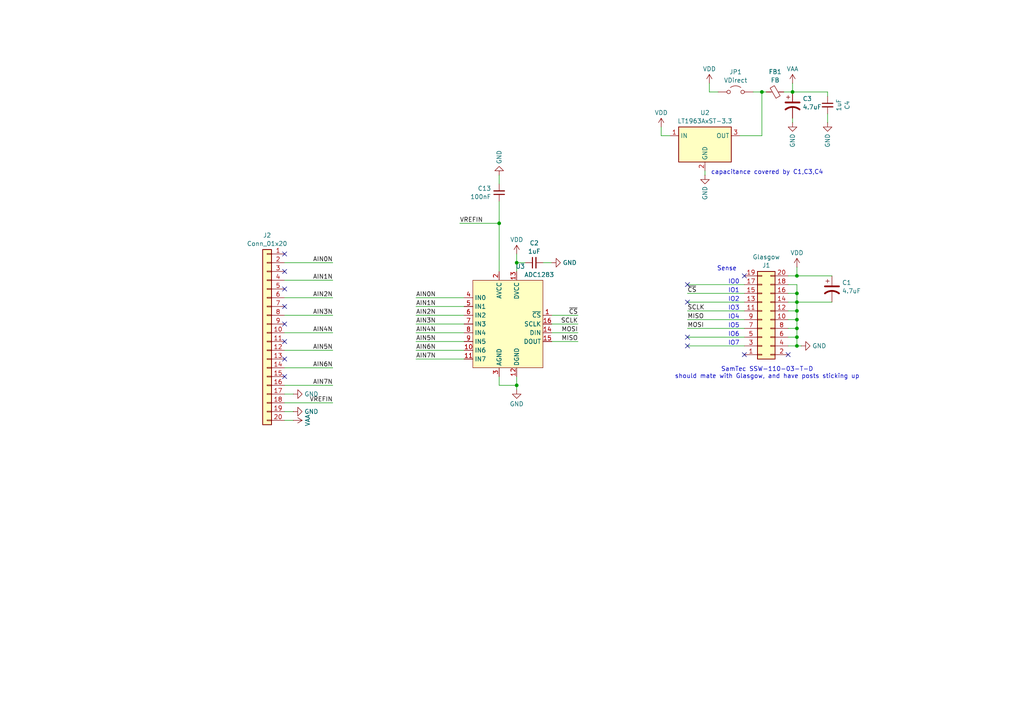
<source format=kicad_sch>
(kicad_sch
	(version 20231120)
	(generator "eeschema")
	(generator_version "8.0")
	(uuid "2788365e-935a-471c-aaba-4a57a0ad4aa0")
	(paper "A4")
	(lib_symbols
		(symbol "Analog_ADC:ADC1283"
			(exclude_from_sim no)
			(in_bom yes)
			(on_board yes)
			(property "Reference" "U"
				(at 7.62 13.97 0)
				(effects
					(font
						(size 1.27 1.27)
					)
				)
			)
			(property "Value" "ADC1283"
				(at 0 0 0)
				(effects
					(font
						(size 1.27 1.27)
					)
				)
			)
			(property "Footprint" "Package_SO:TSSOP-16_4.4x5mm_P0.65mm"
				(at 0 -20.32 0)
				(effects
					(font
						(size 1.27 1.27)
					)
					(hide yes)
				)
			)
			(property "Datasheet" "https://www.st.com/resource/en/datasheet/adc1283.pdf"
				(at 0 0 0)
				(effects
					(font
						(size 1.27 1.27)
					)
					(hide yes)
				)
			)
			(property "Description" "Low power 8-channel single ended 12-bit SAR ADC, 50 ksps to 200 ksps, SPI, TSSOP-16"
				(at 0 0 0)
				(effects
					(font
						(size 1.27 1.27)
					)
					(hide yes)
				)
			)
			(property "ki_keywords" "ADC 2.7V 3.3V 5.5V SPI 12bit 8-channel"
				(at 0 0 0)
				(effects
					(font
						(size 1.27 1.27)
					)
					(hide yes)
				)
			)
			(property "ki_fp_filters" "TSSOP*4.4x5mm*P0.65mm*"
				(at 0 0 0)
				(effects
					(font
						(size 1.27 1.27)
					)
					(hide yes)
				)
			)
			(symbol "ADC1283_1_1"
				(polyline
					(pts
						(xy -10.16 -12.7) (xy -10.16 12.7) (xy 10.16 12.7) (xy 10.16 -12.7) (xy -10.16 -12.7)
					)
					(stroke
						(width 0)
						(type default)
					)
					(fill
						(type background)
					)
				)
				(pin input line
					(at 12.7 2.54 180)
					(length 2.54)
					(name "~{CS}"
						(effects
							(font
								(size 1.27 1.27)
							)
						)
					)
					(number "1"
						(effects
							(font
								(size 1.27 1.27)
							)
						)
					)
				)
				(pin input line
					(at -12.7 -7.62 0)
					(length 2.54)
					(name "IN6"
						(effects
							(font
								(size 1.27 1.27)
							)
						)
					)
					(number "10"
						(effects
							(font
								(size 1.27 1.27)
							)
						)
					)
				)
				(pin input line
					(at -12.7 -10.16 0)
					(length 2.54)
					(name "IN7"
						(effects
							(font
								(size 1.27 1.27)
							)
						)
					)
					(number "11"
						(effects
							(font
								(size 1.27 1.27)
							)
						)
					)
				)
				(pin power_in line
					(at 2.54 -15.24 90)
					(length 2.54)
					(name "DGND"
						(effects
							(font
								(size 1.27 1.27)
							)
						)
					)
					(number "12"
						(effects
							(font
								(size 1.27 1.27)
							)
						)
					)
				)
				(pin power_in line
					(at 2.54 15.24 270)
					(length 2.54)
					(name "DVCC"
						(effects
							(font
								(size 1.27 1.27)
							)
						)
					)
					(number "13"
						(effects
							(font
								(size 1.27 1.27)
							)
						)
					)
				)
				(pin input line
					(at 12.7 -2.54 180)
					(length 2.54)
					(name "DIN"
						(effects
							(font
								(size 1.27 1.27)
							)
						)
					)
					(number "14"
						(effects
							(font
								(size 1.27 1.27)
							)
						)
					)
				)
				(pin output line
					(at 12.7 -5.08 180)
					(length 2.54)
					(name "DOUT"
						(effects
							(font
								(size 1.27 1.27)
							)
						)
					)
					(number "15"
						(effects
							(font
								(size 1.27 1.27)
							)
						)
					)
				)
				(pin input line
					(at 12.7 0 180)
					(length 2.54)
					(name "SCLK"
						(effects
							(font
								(size 1.27 1.27)
							)
						)
					)
					(number "16"
						(effects
							(font
								(size 1.27 1.27)
							)
						)
					)
				)
				(pin power_in line
					(at -2.54 15.24 270)
					(length 2.54)
					(name "AVCC"
						(effects
							(font
								(size 1.27 1.27)
							)
						)
					)
					(number "2"
						(effects
							(font
								(size 1.27 1.27)
							)
						)
					)
				)
				(pin power_in line
					(at -2.54 -15.24 90)
					(length 2.54)
					(name "AGND"
						(effects
							(font
								(size 1.27 1.27)
							)
						)
					)
					(number "3"
						(effects
							(font
								(size 1.27 1.27)
							)
						)
					)
				)
				(pin input line
					(at -12.7 7.62 0)
					(length 2.54)
					(name "IN0"
						(effects
							(font
								(size 1.27 1.27)
							)
						)
					)
					(number "4"
						(effects
							(font
								(size 1.27 1.27)
							)
						)
					)
				)
				(pin input line
					(at -12.7 5.08 0)
					(length 2.54)
					(name "IN1"
						(effects
							(font
								(size 1.27 1.27)
							)
						)
					)
					(number "5"
						(effects
							(font
								(size 1.27 1.27)
							)
						)
					)
				)
				(pin input line
					(at -12.7 2.54 0)
					(length 2.54)
					(name "IN2"
						(effects
							(font
								(size 1.27 1.27)
							)
						)
					)
					(number "6"
						(effects
							(font
								(size 1.27 1.27)
							)
						)
					)
				)
				(pin input line
					(at -12.7 0 0)
					(length 2.54)
					(name "IN3"
						(effects
							(font
								(size 1.27 1.27)
							)
						)
					)
					(number "7"
						(effects
							(font
								(size 1.27 1.27)
							)
						)
					)
				)
				(pin input line
					(at -12.7 -2.54 0)
					(length 2.54)
					(name "IN4"
						(effects
							(font
								(size 1.27 1.27)
							)
						)
					)
					(number "8"
						(effects
							(font
								(size 1.27 1.27)
							)
						)
					)
				)
				(pin input line
					(at -12.7 -5.08 0)
					(length 2.54)
					(name "IN5"
						(effects
							(font
								(size 1.27 1.27)
							)
						)
					)
					(number "9"
						(effects
							(font
								(size 1.27 1.27)
							)
						)
					)
				)
			)
		)
		(symbol "Connector_Generic:Conn_01x20"
			(pin_names
				(offset 1.016) hide)
			(exclude_from_sim no)
			(in_bom yes)
			(on_board yes)
			(property "Reference" "J"
				(at 0 25.4 0)
				(effects
					(font
						(size 1.27 1.27)
					)
				)
			)
			(property "Value" "Conn_01x20"
				(at 0 -27.94 0)
				(effects
					(font
						(size 1.27 1.27)
					)
				)
			)
			(property "Footprint" ""
				(at 0 0 0)
				(effects
					(font
						(size 1.27 1.27)
					)
					(hide yes)
				)
			)
			(property "Datasheet" "~"
				(at 0 0 0)
				(effects
					(font
						(size 1.27 1.27)
					)
					(hide yes)
				)
			)
			(property "Description" "Generic connector, single row, 01x20, script generated (kicad-library-utils/schlib/autogen/connector/)"
				(at 0 0 0)
				(effects
					(font
						(size 1.27 1.27)
					)
					(hide yes)
				)
			)
			(property "ki_keywords" "connector"
				(at 0 0 0)
				(effects
					(font
						(size 1.27 1.27)
					)
					(hide yes)
				)
			)
			(property "ki_fp_filters" "Connector*:*_1x??_*"
				(at 0 0 0)
				(effects
					(font
						(size 1.27 1.27)
					)
					(hide yes)
				)
			)
			(symbol "Conn_01x20_1_1"
				(rectangle
					(start -1.27 -25.273)
					(end 0 -25.527)
					(stroke
						(width 0.1524)
						(type default)
					)
					(fill
						(type none)
					)
				)
				(rectangle
					(start -1.27 -22.733)
					(end 0 -22.987)
					(stroke
						(width 0.1524)
						(type default)
					)
					(fill
						(type none)
					)
				)
				(rectangle
					(start -1.27 -20.193)
					(end 0 -20.447)
					(stroke
						(width 0.1524)
						(type default)
					)
					(fill
						(type none)
					)
				)
				(rectangle
					(start -1.27 -17.653)
					(end 0 -17.907)
					(stroke
						(width 0.1524)
						(type default)
					)
					(fill
						(type none)
					)
				)
				(rectangle
					(start -1.27 -15.113)
					(end 0 -15.367)
					(stroke
						(width 0.1524)
						(type default)
					)
					(fill
						(type none)
					)
				)
				(rectangle
					(start -1.27 -12.573)
					(end 0 -12.827)
					(stroke
						(width 0.1524)
						(type default)
					)
					(fill
						(type none)
					)
				)
				(rectangle
					(start -1.27 -10.033)
					(end 0 -10.287)
					(stroke
						(width 0.1524)
						(type default)
					)
					(fill
						(type none)
					)
				)
				(rectangle
					(start -1.27 -7.493)
					(end 0 -7.747)
					(stroke
						(width 0.1524)
						(type default)
					)
					(fill
						(type none)
					)
				)
				(rectangle
					(start -1.27 -4.953)
					(end 0 -5.207)
					(stroke
						(width 0.1524)
						(type default)
					)
					(fill
						(type none)
					)
				)
				(rectangle
					(start -1.27 -2.413)
					(end 0 -2.667)
					(stroke
						(width 0.1524)
						(type default)
					)
					(fill
						(type none)
					)
				)
				(rectangle
					(start -1.27 0.127)
					(end 0 -0.127)
					(stroke
						(width 0.1524)
						(type default)
					)
					(fill
						(type none)
					)
				)
				(rectangle
					(start -1.27 2.667)
					(end 0 2.413)
					(stroke
						(width 0.1524)
						(type default)
					)
					(fill
						(type none)
					)
				)
				(rectangle
					(start -1.27 5.207)
					(end 0 4.953)
					(stroke
						(width 0.1524)
						(type default)
					)
					(fill
						(type none)
					)
				)
				(rectangle
					(start -1.27 7.747)
					(end 0 7.493)
					(stroke
						(width 0.1524)
						(type default)
					)
					(fill
						(type none)
					)
				)
				(rectangle
					(start -1.27 10.287)
					(end 0 10.033)
					(stroke
						(width 0.1524)
						(type default)
					)
					(fill
						(type none)
					)
				)
				(rectangle
					(start -1.27 12.827)
					(end 0 12.573)
					(stroke
						(width 0.1524)
						(type default)
					)
					(fill
						(type none)
					)
				)
				(rectangle
					(start -1.27 15.367)
					(end 0 15.113)
					(stroke
						(width 0.1524)
						(type default)
					)
					(fill
						(type none)
					)
				)
				(rectangle
					(start -1.27 17.907)
					(end 0 17.653)
					(stroke
						(width 0.1524)
						(type default)
					)
					(fill
						(type none)
					)
				)
				(rectangle
					(start -1.27 20.447)
					(end 0 20.193)
					(stroke
						(width 0.1524)
						(type default)
					)
					(fill
						(type none)
					)
				)
				(rectangle
					(start -1.27 22.987)
					(end 0 22.733)
					(stroke
						(width 0.1524)
						(type default)
					)
					(fill
						(type none)
					)
				)
				(rectangle
					(start -1.27 24.13)
					(end 1.27 -26.67)
					(stroke
						(width 0.254)
						(type default)
					)
					(fill
						(type background)
					)
				)
				(pin passive line
					(at -5.08 22.86 0)
					(length 3.81)
					(name "Pin_1"
						(effects
							(font
								(size 1.27 1.27)
							)
						)
					)
					(number "1"
						(effects
							(font
								(size 1.27 1.27)
							)
						)
					)
				)
				(pin passive line
					(at -5.08 0 0)
					(length 3.81)
					(name "Pin_10"
						(effects
							(font
								(size 1.27 1.27)
							)
						)
					)
					(number "10"
						(effects
							(font
								(size 1.27 1.27)
							)
						)
					)
				)
				(pin passive line
					(at -5.08 -2.54 0)
					(length 3.81)
					(name "Pin_11"
						(effects
							(font
								(size 1.27 1.27)
							)
						)
					)
					(number "11"
						(effects
							(font
								(size 1.27 1.27)
							)
						)
					)
				)
				(pin passive line
					(at -5.08 -5.08 0)
					(length 3.81)
					(name "Pin_12"
						(effects
							(font
								(size 1.27 1.27)
							)
						)
					)
					(number "12"
						(effects
							(font
								(size 1.27 1.27)
							)
						)
					)
				)
				(pin passive line
					(at -5.08 -7.62 0)
					(length 3.81)
					(name "Pin_13"
						(effects
							(font
								(size 1.27 1.27)
							)
						)
					)
					(number "13"
						(effects
							(font
								(size 1.27 1.27)
							)
						)
					)
				)
				(pin passive line
					(at -5.08 -10.16 0)
					(length 3.81)
					(name "Pin_14"
						(effects
							(font
								(size 1.27 1.27)
							)
						)
					)
					(number "14"
						(effects
							(font
								(size 1.27 1.27)
							)
						)
					)
				)
				(pin passive line
					(at -5.08 -12.7 0)
					(length 3.81)
					(name "Pin_15"
						(effects
							(font
								(size 1.27 1.27)
							)
						)
					)
					(number "15"
						(effects
							(font
								(size 1.27 1.27)
							)
						)
					)
				)
				(pin passive line
					(at -5.08 -15.24 0)
					(length 3.81)
					(name "Pin_16"
						(effects
							(font
								(size 1.27 1.27)
							)
						)
					)
					(number "16"
						(effects
							(font
								(size 1.27 1.27)
							)
						)
					)
				)
				(pin passive line
					(at -5.08 -17.78 0)
					(length 3.81)
					(name "Pin_17"
						(effects
							(font
								(size 1.27 1.27)
							)
						)
					)
					(number "17"
						(effects
							(font
								(size 1.27 1.27)
							)
						)
					)
				)
				(pin passive line
					(at -5.08 -20.32 0)
					(length 3.81)
					(name "Pin_18"
						(effects
							(font
								(size 1.27 1.27)
							)
						)
					)
					(number "18"
						(effects
							(font
								(size 1.27 1.27)
							)
						)
					)
				)
				(pin passive line
					(at -5.08 -22.86 0)
					(length 3.81)
					(name "Pin_19"
						(effects
							(font
								(size 1.27 1.27)
							)
						)
					)
					(number "19"
						(effects
							(font
								(size 1.27 1.27)
							)
						)
					)
				)
				(pin passive line
					(at -5.08 20.32 0)
					(length 3.81)
					(name "Pin_2"
						(effects
							(font
								(size 1.27 1.27)
							)
						)
					)
					(number "2"
						(effects
							(font
								(size 1.27 1.27)
							)
						)
					)
				)
				(pin passive line
					(at -5.08 -25.4 0)
					(length 3.81)
					(name "Pin_20"
						(effects
							(font
								(size 1.27 1.27)
							)
						)
					)
					(number "20"
						(effects
							(font
								(size 1.27 1.27)
							)
						)
					)
				)
				(pin passive line
					(at -5.08 17.78 0)
					(length 3.81)
					(name "Pin_3"
						(effects
							(font
								(size 1.27 1.27)
							)
						)
					)
					(number "3"
						(effects
							(font
								(size 1.27 1.27)
							)
						)
					)
				)
				(pin passive line
					(at -5.08 15.24 0)
					(length 3.81)
					(name "Pin_4"
						(effects
							(font
								(size 1.27 1.27)
							)
						)
					)
					(number "4"
						(effects
							(font
								(size 1.27 1.27)
							)
						)
					)
				)
				(pin passive line
					(at -5.08 12.7 0)
					(length 3.81)
					(name "Pin_5"
						(effects
							(font
								(size 1.27 1.27)
							)
						)
					)
					(number "5"
						(effects
							(font
								(size 1.27 1.27)
							)
						)
					)
				)
				(pin passive line
					(at -5.08 10.16 0)
					(length 3.81)
					(name "Pin_6"
						(effects
							(font
								(size 1.27 1.27)
							)
						)
					)
					(number "6"
						(effects
							(font
								(size 1.27 1.27)
							)
						)
					)
				)
				(pin passive line
					(at -5.08 7.62 0)
					(length 3.81)
					(name "Pin_7"
						(effects
							(font
								(size 1.27 1.27)
							)
						)
					)
					(number "7"
						(effects
							(font
								(size 1.27 1.27)
							)
						)
					)
				)
				(pin passive line
					(at -5.08 5.08 0)
					(length 3.81)
					(name "Pin_8"
						(effects
							(font
								(size 1.27 1.27)
							)
						)
					)
					(number "8"
						(effects
							(font
								(size 1.27 1.27)
							)
						)
					)
				)
				(pin passive line
					(at -5.08 2.54 0)
					(length 3.81)
					(name "Pin_9"
						(effects
							(font
								(size 1.27 1.27)
							)
						)
					)
					(number "9"
						(effects
							(font
								(size 1.27 1.27)
							)
						)
					)
				)
			)
		)
		(symbol "Connector_Generic:Conn_02x10_Odd_Even"
			(pin_names
				(offset 1.016) hide)
			(exclude_from_sim no)
			(in_bom yes)
			(on_board yes)
			(property "Reference" "J"
				(at 1.27 12.7 0)
				(effects
					(font
						(size 1.27 1.27)
					)
				)
			)
			(property "Value" "Conn_02x10_Odd_Even"
				(at 1.27 -15.24 0)
				(effects
					(font
						(size 1.27 1.27)
					)
				)
			)
			(property "Footprint" ""
				(at 0 0 0)
				(effects
					(font
						(size 1.27 1.27)
					)
					(hide yes)
				)
			)
			(property "Datasheet" "~"
				(at 0 0 0)
				(effects
					(font
						(size 1.27 1.27)
					)
					(hide yes)
				)
			)
			(property "Description" "Generic connector, double row, 02x10, odd/even pin numbering scheme (row 1 odd numbers, row 2 even numbers), script generated (kicad-library-utils/schlib/autogen/connector/)"
				(at 0 0 0)
				(effects
					(font
						(size 1.27 1.27)
					)
					(hide yes)
				)
			)
			(property "ki_keywords" "connector"
				(at 0 0 0)
				(effects
					(font
						(size 1.27 1.27)
					)
					(hide yes)
				)
			)
			(property "ki_fp_filters" "Connector*:*_2x??_*"
				(at 0 0 0)
				(effects
					(font
						(size 1.27 1.27)
					)
					(hide yes)
				)
			)
			(symbol "Conn_02x10_Odd_Even_1_1"
				(rectangle
					(start -1.27 -12.573)
					(end 0 -12.827)
					(stroke
						(width 0.1524)
						(type default)
					)
					(fill
						(type none)
					)
				)
				(rectangle
					(start -1.27 -10.033)
					(end 0 -10.287)
					(stroke
						(width 0.1524)
						(type default)
					)
					(fill
						(type none)
					)
				)
				(rectangle
					(start -1.27 -7.493)
					(end 0 -7.747)
					(stroke
						(width 0.1524)
						(type default)
					)
					(fill
						(type none)
					)
				)
				(rectangle
					(start -1.27 -4.953)
					(end 0 -5.207)
					(stroke
						(width 0.1524)
						(type default)
					)
					(fill
						(type none)
					)
				)
				(rectangle
					(start -1.27 -2.413)
					(end 0 -2.667)
					(stroke
						(width 0.1524)
						(type default)
					)
					(fill
						(type none)
					)
				)
				(rectangle
					(start -1.27 0.127)
					(end 0 -0.127)
					(stroke
						(width 0.1524)
						(type default)
					)
					(fill
						(type none)
					)
				)
				(rectangle
					(start -1.27 2.667)
					(end 0 2.413)
					(stroke
						(width 0.1524)
						(type default)
					)
					(fill
						(type none)
					)
				)
				(rectangle
					(start -1.27 5.207)
					(end 0 4.953)
					(stroke
						(width 0.1524)
						(type default)
					)
					(fill
						(type none)
					)
				)
				(rectangle
					(start -1.27 7.747)
					(end 0 7.493)
					(stroke
						(width 0.1524)
						(type default)
					)
					(fill
						(type none)
					)
				)
				(rectangle
					(start -1.27 10.287)
					(end 0 10.033)
					(stroke
						(width 0.1524)
						(type default)
					)
					(fill
						(type none)
					)
				)
				(rectangle
					(start -1.27 11.43)
					(end 3.81 -13.97)
					(stroke
						(width 0.254)
						(type default)
					)
					(fill
						(type background)
					)
				)
				(rectangle
					(start 3.81 -12.573)
					(end 2.54 -12.827)
					(stroke
						(width 0.1524)
						(type default)
					)
					(fill
						(type none)
					)
				)
				(rectangle
					(start 3.81 -10.033)
					(end 2.54 -10.287)
					(stroke
						(width 0.1524)
						(type default)
					)
					(fill
						(type none)
					)
				)
				(rectangle
					(start 3.81 -7.493)
					(end 2.54 -7.747)
					(stroke
						(width 0.1524)
						(type default)
					)
					(fill
						(type none)
					)
				)
				(rectangle
					(start 3.81 -4.953)
					(end 2.54 -5.207)
					(stroke
						(width 0.1524)
						(type default)
					)
					(fill
						(type none)
					)
				)
				(rectangle
					(start 3.81 -2.413)
					(end 2.54 -2.667)
					(stroke
						(width 0.1524)
						(type default)
					)
					(fill
						(type none)
					)
				)
				(rectangle
					(start 3.81 0.127)
					(end 2.54 -0.127)
					(stroke
						(width 0.1524)
						(type default)
					)
					(fill
						(type none)
					)
				)
				(rectangle
					(start 3.81 2.667)
					(end 2.54 2.413)
					(stroke
						(width 0.1524)
						(type default)
					)
					(fill
						(type none)
					)
				)
				(rectangle
					(start 3.81 5.207)
					(end 2.54 4.953)
					(stroke
						(width 0.1524)
						(type default)
					)
					(fill
						(type none)
					)
				)
				(rectangle
					(start 3.81 7.747)
					(end 2.54 7.493)
					(stroke
						(width 0.1524)
						(type default)
					)
					(fill
						(type none)
					)
				)
				(rectangle
					(start 3.81 10.287)
					(end 2.54 10.033)
					(stroke
						(width 0.1524)
						(type default)
					)
					(fill
						(type none)
					)
				)
				(pin passive line
					(at -5.08 10.16 0)
					(length 3.81)
					(name "Pin_1"
						(effects
							(font
								(size 1.27 1.27)
							)
						)
					)
					(number "1"
						(effects
							(font
								(size 1.27 1.27)
							)
						)
					)
				)
				(pin passive line
					(at 7.62 0 180)
					(length 3.81)
					(name "Pin_10"
						(effects
							(font
								(size 1.27 1.27)
							)
						)
					)
					(number "10"
						(effects
							(font
								(size 1.27 1.27)
							)
						)
					)
				)
				(pin passive line
					(at -5.08 -2.54 0)
					(length 3.81)
					(name "Pin_11"
						(effects
							(font
								(size 1.27 1.27)
							)
						)
					)
					(number "11"
						(effects
							(font
								(size 1.27 1.27)
							)
						)
					)
				)
				(pin passive line
					(at 7.62 -2.54 180)
					(length 3.81)
					(name "Pin_12"
						(effects
							(font
								(size 1.27 1.27)
							)
						)
					)
					(number "12"
						(effects
							(font
								(size 1.27 1.27)
							)
						)
					)
				)
				(pin passive line
					(at -5.08 -5.08 0)
					(length 3.81)
					(name "Pin_13"
						(effects
							(font
								(size 1.27 1.27)
							)
						)
					)
					(number "13"
						(effects
							(font
								(size 1.27 1.27)
							)
						)
					)
				)
				(pin passive line
					(at 7.62 -5.08 180)
					(length 3.81)
					(name "Pin_14"
						(effects
							(font
								(size 1.27 1.27)
							)
						)
					)
					(number "14"
						(effects
							(font
								(size 1.27 1.27)
							)
						)
					)
				)
				(pin passive line
					(at -5.08 -7.62 0)
					(length 3.81)
					(name "Pin_15"
						(effects
							(font
								(size 1.27 1.27)
							)
						)
					)
					(number "15"
						(effects
							(font
								(size 1.27 1.27)
							)
						)
					)
				)
				(pin passive line
					(at 7.62 -7.62 180)
					(length 3.81)
					(name "Pin_16"
						(effects
							(font
								(size 1.27 1.27)
							)
						)
					)
					(number "16"
						(effects
							(font
								(size 1.27 1.27)
							)
						)
					)
				)
				(pin passive line
					(at -5.08 -10.16 0)
					(length 3.81)
					(name "Pin_17"
						(effects
							(font
								(size 1.27 1.27)
							)
						)
					)
					(number "17"
						(effects
							(font
								(size 1.27 1.27)
							)
						)
					)
				)
				(pin passive line
					(at 7.62 -10.16 180)
					(length 3.81)
					(name "Pin_18"
						(effects
							(font
								(size 1.27 1.27)
							)
						)
					)
					(number "18"
						(effects
							(font
								(size 1.27 1.27)
							)
						)
					)
				)
				(pin passive line
					(at -5.08 -12.7 0)
					(length 3.81)
					(name "Pin_19"
						(effects
							(font
								(size 1.27 1.27)
							)
						)
					)
					(number "19"
						(effects
							(font
								(size 1.27 1.27)
							)
						)
					)
				)
				(pin passive line
					(at 7.62 10.16 180)
					(length 3.81)
					(name "Pin_2"
						(effects
							(font
								(size 1.27 1.27)
							)
						)
					)
					(number "2"
						(effects
							(font
								(size 1.27 1.27)
							)
						)
					)
				)
				(pin passive line
					(at 7.62 -12.7 180)
					(length 3.81)
					(name "Pin_20"
						(effects
							(font
								(size 1.27 1.27)
							)
						)
					)
					(number "20"
						(effects
							(font
								(size 1.27 1.27)
							)
						)
					)
				)
				(pin passive line
					(at -5.08 7.62 0)
					(length 3.81)
					(name "Pin_3"
						(effects
							(font
								(size 1.27 1.27)
							)
						)
					)
					(number "3"
						(effects
							(font
								(size 1.27 1.27)
							)
						)
					)
				)
				(pin passive line
					(at 7.62 7.62 180)
					(length 3.81)
					(name "Pin_4"
						(effects
							(font
								(size 1.27 1.27)
							)
						)
					)
					(number "4"
						(effects
							(font
								(size 1.27 1.27)
							)
						)
					)
				)
				(pin passive line
					(at -5.08 5.08 0)
					(length 3.81)
					(name "Pin_5"
						(effects
							(font
								(size 1.27 1.27)
							)
						)
					)
					(number "5"
						(effects
							(font
								(size 1.27 1.27)
							)
						)
					)
				)
				(pin passive line
					(at 7.62 5.08 180)
					(length 3.81)
					(name "Pin_6"
						(effects
							(font
								(size 1.27 1.27)
							)
						)
					)
					(number "6"
						(effects
							(font
								(size 1.27 1.27)
							)
						)
					)
				)
				(pin passive line
					(at -5.08 2.54 0)
					(length 3.81)
					(name "Pin_7"
						(effects
							(font
								(size 1.27 1.27)
							)
						)
					)
					(number "7"
						(effects
							(font
								(size 1.27 1.27)
							)
						)
					)
				)
				(pin passive line
					(at 7.62 2.54 180)
					(length 3.81)
					(name "Pin_8"
						(effects
							(font
								(size 1.27 1.27)
							)
						)
					)
					(number "8"
						(effects
							(font
								(size 1.27 1.27)
							)
						)
					)
				)
				(pin passive line
					(at -5.08 0 0)
					(length 3.81)
					(name "Pin_9"
						(effects
							(font
								(size 1.27 1.27)
							)
						)
					)
					(number "9"
						(effects
							(font
								(size 1.27 1.27)
							)
						)
					)
				)
			)
		)
		(symbol "Device:C_Polarized_US"
			(pin_numbers hide)
			(pin_names
				(offset 0.254) hide)
			(exclude_from_sim no)
			(in_bom yes)
			(on_board yes)
			(property "Reference" "C"
				(at 0.635 2.54 0)
				(effects
					(font
						(size 1.27 1.27)
					)
					(justify left)
				)
			)
			(property "Value" "C_Polarized_US"
				(at 0.635 -2.54 0)
				(effects
					(font
						(size 1.27 1.27)
					)
					(justify left)
				)
			)
			(property "Footprint" ""
				(at 0 0 0)
				(effects
					(font
						(size 1.27 1.27)
					)
					(hide yes)
				)
			)
			(property "Datasheet" "~"
				(at 0 0 0)
				(effects
					(font
						(size 1.27 1.27)
					)
					(hide yes)
				)
			)
			(property "Description" "Polarized capacitor, US symbol"
				(at 0 0 0)
				(effects
					(font
						(size 1.27 1.27)
					)
					(hide yes)
				)
			)
			(property "ki_keywords" "cap capacitor"
				(at 0 0 0)
				(effects
					(font
						(size 1.27 1.27)
					)
					(hide yes)
				)
			)
			(property "ki_fp_filters" "CP_*"
				(at 0 0 0)
				(effects
					(font
						(size 1.27 1.27)
					)
					(hide yes)
				)
			)
			(symbol "C_Polarized_US_0_1"
				(polyline
					(pts
						(xy -2.032 0.762) (xy 2.032 0.762)
					)
					(stroke
						(width 0.508)
						(type default)
					)
					(fill
						(type none)
					)
				)
				(polyline
					(pts
						(xy -1.778 2.286) (xy -0.762 2.286)
					)
					(stroke
						(width 0)
						(type default)
					)
					(fill
						(type none)
					)
				)
				(polyline
					(pts
						(xy -1.27 1.778) (xy -1.27 2.794)
					)
					(stroke
						(width 0)
						(type default)
					)
					(fill
						(type none)
					)
				)
				(arc
					(start 2.032 -1.27)
					(mid 0 -0.5572)
					(end -2.032 -1.27)
					(stroke
						(width 0.508)
						(type default)
					)
					(fill
						(type none)
					)
				)
			)
			(symbol "C_Polarized_US_1_1"
				(pin passive line
					(at 0 3.81 270)
					(length 2.794)
					(name "~"
						(effects
							(font
								(size 1.27 1.27)
							)
						)
					)
					(number "1"
						(effects
							(font
								(size 1.27 1.27)
							)
						)
					)
				)
				(pin passive line
					(at 0 -3.81 90)
					(length 3.302)
					(name "~"
						(effects
							(font
								(size 1.27 1.27)
							)
						)
					)
					(number "2"
						(effects
							(font
								(size 1.27 1.27)
							)
						)
					)
				)
			)
		)
		(symbol "Device:C_Small"
			(pin_numbers hide)
			(pin_names
				(offset 0.254) hide)
			(exclude_from_sim no)
			(in_bom yes)
			(on_board yes)
			(property "Reference" "C"
				(at 0.254 1.778 0)
				(effects
					(font
						(size 1.27 1.27)
					)
					(justify left)
				)
			)
			(property "Value" "C_Small"
				(at 0.254 -2.032 0)
				(effects
					(font
						(size 1.27 1.27)
					)
					(justify left)
				)
			)
			(property "Footprint" ""
				(at 0 0 0)
				(effects
					(font
						(size 1.27 1.27)
					)
					(hide yes)
				)
			)
			(property "Datasheet" "~"
				(at 0 0 0)
				(effects
					(font
						(size 1.27 1.27)
					)
					(hide yes)
				)
			)
			(property "Description" "Unpolarized capacitor, small symbol"
				(at 0 0 0)
				(effects
					(font
						(size 1.27 1.27)
					)
					(hide yes)
				)
			)
			(property "ki_keywords" "capacitor cap"
				(at 0 0 0)
				(effects
					(font
						(size 1.27 1.27)
					)
					(hide yes)
				)
			)
			(property "ki_fp_filters" "C_*"
				(at 0 0 0)
				(effects
					(font
						(size 1.27 1.27)
					)
					(hide yes)
				)
			)
			(symbol "C_Small_0_1"
				(polyline
					(pts
						(xy -1.524 -0.508) (xy 1.524 -0.508)
					)
					(stroke
						(width 0.3302)
						(type default)
					)
					(fill
						(type none)
					)
				)
				(polyline
					(pts
						(xy -1.524 0.508) (xy 1.524 0.508)
					)
					(stroke
						(width 0.3048)
						(type default)
					)
					(fill
						(type none)
					)
				)
			)
			(symbol "C_Small_1_1"
				(pin passive line
					(at 0 2.54 270)
					(length 2.032)
					(name "~"
						(effects
							(font
								(size 1.27 1.27)
							)
						)
					)
					(number "1"
						(effects
							(font
								(size 1.27 1.27)
							)
						)
					)
				)
				(pin passive line
					(at 0 -2.54 90)
					(length 2.032)
					(name "~"
						(effects
							(font
								(size 1.27 1.27)
							)
						)
					)
					(number "2"
						(effects
							(font
								(size 1.27 1.27)
							)
						)
					)
				)
			)
		)
		(symbol "Device:FerriteBead_Small"
			(pin_numbers hide)
			(pin_names
				(offset 0)
			)
			(exclude_from_sim no)
			(in_bom yes)
			(on_board yes)
			(property "Reference" "FB"
				(at 1.905 1.27 0)
				(effects
					(font
						(size 1.27 1.27)
					)
					(justify left)
				)
			)
			(property "Value" "FerriteBead_Small"
				(at 1.905 -1.27 0)
				(effects
					(font
						(size 1.27 1.27)
					)
					(justify left)
				)
			)
			(property "Footprint" ""
				(at -1.778 0 90)
				(effects
					(font
						(size 1.27 1.27)
					)
					(hide yes)
				)
			)
			(property "Datasheet" "~"
				(at 0 0 0)
				(effects
					(font
						(size 1.27 1.27)
					)
					(hide yes)
				)
			)
			(property "Description" "Ferrite bead, small symbol"
				(at 0 0 0)
				(effects
					(font
						(size 1.27 1.27)
					)
					(hide yes)
				)
			)
			(property "ki_keywords" "L ferrite bead inductor filter"
				(at 0 0 0)
				(effects
					(font
						(size 1.27 1.27)
					)
					(hide yes)
				)
			)
			(property "ki_fp_filters" "Inductor_* L_* *Ferrite*"
				(at 0 0 0)
				(effects
					(font
						(size 1.27 1.27)
					)
					(hide yes)
				)
			)
			(symbol "FerriteBead_Small_0_1"
				(polyline
					(pts
						(xy 0 -1.27) (xy 0 -0.7874)
					)
					(stroke
						(width 0)
						(type default)
					)
					(fill
						(type none)
					)
				)
				(polyline
					(pts
						(xy 0 0.889) (xy 0 1.2954)
					)
					(stroke
						(width 0)
						(type default)
					)
					(fill
						(type none)
					)
				)
				(polyline
					(pts
						(xy -1.8288 0.2794) (xy -1.1176 1.4986) (xy 1.8288 -0.2032) (xy 1.1176 -1.4224) (xy -1.8288 0.2794)
					)
					(stroke
						(width 0)
						(type default)
					)
					(fill
						(type none)
					)
				)
			)
			(symbol "FerriteBead_Small_1_1"
				(pin passive line
					(at 0 2.54 270)
					(length 1.27)
					(name "~"
						(effects
							(font
								(size 1.27 1.27)
							)
						)
					)
					(number "1"
						(effects
							(font
								(size 1.27 1.27)
							)
						)
					)
				)
				(pin passive line
					(at 0 -2.54 90)
					(length 1.27)
					(name "~"
						(effects
							(font
								(size 1.27 1.27)
							)
						)
					)
					(number "2"
						(effects
							(font
								(size 1.27 1.27)
							)
						)
					)
				)
			)
		)
		(symbol "Jumper:Jumper_2_Open"
			(pin_numbers hide)
			(pin_names
				(offset 0) hide)
			(exclude_from_sim yes)
			(in_bom yes)
			(on_board yes)
			(property "Reference" "JP"
				(at 0 2.794 0)
				(effects
					(font
						(size 1.27 1.27)
					)
				)
			)
			(property "Value" "Jumper_2_Open"
				(at 0 -2.286 0)
				(effects
					(font
						(size 1.27 1.27)
					)
				)
			)
			(property "Footprint" ""
				(at 0 0 0)
				(effects
					(font
						(size 1.27 1.27)
					)
					(hide yes)
				)
			)
			(property "Datasheet" "~"
				(at 0 0 0)
				(effects
					(font
						(size 1.27 1.27)
					)
					(hide yes)
				)
			)
			(property "Description" "Jumper, 2-pole, open"
				(at 0 0 0)
				(effects
					(font
						(size 1.27 1.27)
					)
					(hide yes)
				)
			)
			(property "ki_keywords" "Jumper SPST"
				(at 0 0 0)
				(effects
					(font
						(size 1.27 1.27)
					)
					(hide yes)
				)
			)
			(property "ki_fp_filters" "Jumper* TestPoint*2Pads* TestPoint*Bridge*"
				(at 0 0 0)
				(effects
					(font
						(size 1.27 1.27)
					)
					(hide yes)
				)
			)
			(symbol "Jumper_2_Open_0_0"
				(circle
					(center -2.032 0)
					(radius 0.508)
					(stroke
						(width 0)
						(type default)
					)
					(fill
						(type none)
					)
				)
				(circle
					(center 2.032 0)
					(radius 0.508)
					(stroke
						(width 0)
						(type default)
					)
					(fill
						(type none)
					)
				)
			)
			(symbol "Jumper_2_Open_0_1"
				(arc
					(start 1.524 1.27)
					(mid 0 1.778)
					(end -1.524 1.27)
					(stroke
						(width 0)
						(type default)
					)
					(fill
						(type none)
					)
				)
			)
			(symbol "Jumper_2_Open_1_1"
				(pin passive line
					(at -5.08 0 0)
					(length 2.54)
					(name "A"
						(effects
							(font
								(size 1.27 1.27)
							)
						)
					)
					(number "1"
						(effects
							(font
								(size 1.27 1.27)
							)
						)
					)
				)
				(pin passive line
					(at 5.08 0 180)
					(length 2.54)
					(name "B"
						(effects
							(font
								(size 1.27 1.27)
							)
						)
					)
					(number "2"
						(effects
							(font
								(size 1.27 1.27)
							)
						)
					)
				)
			)
		)
		(symbol "Regulator_Linear:LT1963AxST-3.3"
			(exclude_from_sim no)
			(in_bom yes)
			(on_board yes)
			(property "Reference" "U"
				(at -7.62 6.35 0)
				(effects
					(font
						(size 1.27 1.27)
					)
					(justify left)
				)
			)
			(property "Value" "LT1963AxST-3.3"
				(at -1.27 6.35 0)
				(effects
					(font
						(size 1.27 1.27)
					)
					(justify left)
				)
			)
			(property "Footprint" "Package_TO_SOT_SMD:SOT-223-3_TabPin2"
				(at 0 -11.43 0)
				(effects
					(font
						(size 1.27 1.27)
					)
					(hide yes)
				)
			)
			(property "Datasheet" "https://www.analog.com/media/en/technical-documentation/data-sheets/1963aff.pdf"
				(at 0 -13.97 0)
				(effects
					(font
						(size 1.27 1.27)
					)
					(hide yes)
				)
			)
			(property "Description" "3.3V, 1.5A, Low Noise, Fast Transient Response LDO Regulator, SOT-223"
				(at 0 0 0)
				(effects
					(font
						(size 1.27 1.27)
					)
					(hide yes)
				)
			)
			(property "ki_keywords" "LDO voltage regulator fixed"
				(at 0 0 0)
				(effects
					(font
						(size 1.27 1.27)
					)
					(hide yes)
				)
			)
			(property "ki_fp_filters" "SOT*223*"
				(at 0 0 0)
				(effects
					(font
						(size 1.27 1.27)
					)
					(hide yes)
				)
			)
			(symbol "LT1963AxST-3.3_0_1"
				(rectangle
					(start -7.62 5.08)
					(end 7.62 -5.08)
					(stroke
						(width 0.254)
						(type default)
					)
					(fill
						(type background)
					)
				)
			)
			(symbol "LT1963AxST-3.3_1_1"
				(pin power_in line
					(at -10.16 2.54 0)
					(length 2.54)
					(name "IN"
						(effects
							(font
								(size 1.27 1.27)
							)
						)
					)
					(number "1"
						(effects
							(font
								(size 1.27 1.27)
							)
						)
					)
				)
				(pin power_in line
					(at 0 -7.62 90)
					(length 2.54)
					(name "GND"
						(effects
							(font
								(size 1.27 1.27)
							)
						)
					)
					(number "2"
						(effects
							(font
								(size 1.27 1.27)
							)
						)
					)
				)
				(pin power_out line
					(at 10.16 2.54 180)
					(length 2.54)
					(name "OUT"
						(effects
							(font
								(size 1.27 1.27)
							)
						)
					)
					(number "3"
						(effects
							(font
								(size 1.27 1.27)
							)
						)
					)
				)
			)
		)
		(symbol "power:GND"
			(power)
			(pin_numbers hide)
			(pin_names
				(offset 0) hide)
			(exclude_from_sim no)
			(in_bom yes)
			(on_board yes)
			(property "Reference" "#PWR"
				(at 0 -6.35 0)
				(effects
					(font
						(size 1.27 1.27)
					)
					(hide yes)
				)
			)
			(property "Value" "GND"
				(at 0 -3.81 0)
				(effects
					(font
						(size 1.27 1.27)
					)
				)
			)
			(property "Footprint" ""
				(at 0 0 0)
				(effects
					(font
						(size 1.27 1.27)
					)
					(hide yes)
				)
			)
			(property "Datasheet" ""
				(at 0 0 0)
				(effects
					(font
						(size 1.27 1.27)
					)
					(hide yes)
				)
			)
			(property "Description" "Power symbol creates a global label with name \"GND\" , ground"
				(at 0 0 0)
				(effects
					(font
						(size 1.27 1.27)
					)
					(hide yes)
				)
			)
			(property "ki_keywords" "global power"
				(at 0 0 0)
				(effects
					(font
						(size 1.27 1.27)
					)
					(hide yes)
				)
			)
			(symbol "GND_0_1"
				(polyline
					(pts
						(xy 0 0) (xy 0 -1.27) (xy 1.27 -1.27) (xy 0 -2.54) (xy -1.27 -1.27) (xy 0 -1.27)
					)
					(stroke
						(width 0)
						(type default)
					)
					(fill
						(type none)
					)
				)
			)
			(symbol "GND_1_1"
				(pin power_in line
					(at 0 0 270)
					(length 0)
					(name "~"
						(effects
							(font
								(size 1.27 1.27)
							)
						)
					)
					(number "1"
						(effects
							(font
								(size 1.27 1.27)
							)
						)
					)
				)
			)
		)
		(symbol "power:VAA"
			(power)
			(pin_numbers hide)
			(pin_names
				(offset 0) hide)
			(exclude_from_sim no)
			(in_bom yes)
			(on_board yes)
			(property "Reference" "#PWR"
				(at 0 -3.81 0)
				(effects
					(font
						(size 1.27 1.27)
					)
					(hide yes)
				)
			)
			(property "Value" "VAA"
				(at 0 3.556 0)
				(effects
					(font
						(size 1.27 1.27)
					)
				)
			)
			(property "Footprint" ""
				(at 0 0 0)
				(effects
					(font
						(size 1.27 1.27)
					)
					(hide yes)
				)
			)
			(property "Datasheet" ""
				(at 0 0 0)
				(effects
					(font
						(size 1.27 1.27)
					)
					(hide yes)
				)
			)
			(property "Description" "Power symbol creates a global label with name \"VAA\""
				(at 0 0 0)
				(effects
					(font
						(size 1.27 1.27)
					)
					(hide yes)
				)
			)
			(property "ki_keywords" "global power"
				(at 0 0 0)
				(effects
					(font
						(size 1.27 1.27)
					)
					(hide yes)
				)
			)
			(symbol "VAA_0_1"
				(polyline
					(pts
						(xy -0.762 1.27) (xy 0 2.54)
					)
					(stroke
						(width 0)
						(type default)
					)
					(fill
						(type none)
					)
				)
				(polyline
					(pts
						(xy 0 0) (xy 0 2.54)
					)
					(stroke
						(width 0)
						(type default)
					)
					(fill
						(type none)
					)
				)
				(polyline
					(pts
						(xy 0 2.54) (xy 0.762 1.27)
					)
					(stroke
						(width 0)
						(type default)
					)
					(fill
						(type none)
					)
				)
			)
			(symbol "VAA_1_1"
				(pin power_in line
					(at 0 0 90)
					(length 0)
					(name "~"
						(effects
							(font
								(size 1.27 1.27)
							)
						)
					)
					(number "1"
						(effects
							(font
								(size 1.27 1.27)
							)
						)
					)
				)
			)
		)
		(symbol "power:VDD"
			(power)
			(pin_numbers hide)
			(pin_names
				(offset 0) hide)
			(exclude_from_sim no)
			(in_bom yes)
			(on_board yes)
			(property "Reference" "#PWR"
				(at 0 -3.81 0)
				(effects
					(font
						(size 1.27 1.27)
					)
					(hide yes)
				)
			)
			(property "Value" "VDD"
				(at 0 3.556 0)
				(effects
					(font
						(size 1.27 1.27)
					)
				)
			)
			(property "Footprint" ""
				(at 0 0 0)
				(effects
					(font
						(size 1.27 1.27)
					)
					(hide yes)
				)
			)
			(property "Datasheet" ""
				(at 0 0 0)
				(effects
					(font
						(size 1.27 1.27)
					)
					(hide yes)
				)
			)
			(property "Description" "Power symbol creates a global label with name \"VDD\""
				(at 0 0 0)
				(effects
					(font
						(size 1.27 1.27)
					)
					(hide yes)
				)
			)
			(property "ki_keywords" "global power"
				(at 0 0 0)
				(effects
					(font
						(size 1.27 1.27)
					)
					(hide yes)
				)
			)
			(symbol "VDD_0_1"
				(polyline
					(pts
						(xy -0.762 1.27) (xy 0 2.54)
					)
					(stroke
						(width 0)
						(type default)
					)
					(fill
						(type none)
					)
				)
				(polyline
					(pts
						(xy 0 0) (xy 0 2.54)
					)
					(stroke
						(width 0)
						(type default)
					)
					(fill
						(type none)
					)
				)
				(polyline
					(pts
						(xy 0 2.54) (xy 0.762 1.27)
					)
					(stroke
						(width 0)
						(type default)
					)
					(fill
						(type none)
					)
				)
			)
			(symbol "VDD_1_1"
				(pin power_in line
					(at 0 0 90)
					(length 0)
					(name "~"
						(effects
							(font
								(size 1.27 1.27)
							)
						)
					)
					(number "1"
						(effects
							(font
								(size 1.27 1.27)
							)
						)
					)
				)
			)
		)
	)
	(junction
		(at 144.78 64.77)
		(diameter 0)
		(color 0 0 0 0)
		(uuid "05e10925-c814-415f-9875-8585a214a71d")
	)
	(junction
		(at 229.87 26.67)
		(diameter 0)
		(color 0 0 0 0)
		(uuid "1e694636-1b81-40e0-bc46-2bfa5f62d638")
	)
	(junction
		(at 149.86 111.76)
		(diameter 0)
		(color 0 0 0 0)
		(uuid "34b041cc-ca91-4a2a-80c3-245bc7a4a298")
	)
	(junction
		(at 231.14 80.01)
		(diameter 0)
		(color 0 0 0 0)
		(uuid "3d3bd86c-e65b-4945-a4d3-7c01fcf6b673")
	)
	(junction
		(at 231.14 95.25)
		(diameter 0)
		(color 0 0 0 0)
		(uuid "4f1a0d22-cf5e-476f-8b2d-3220c866a093")
	)
	(junction
		(at 231.14 92.71)
		(diameter 0)
		(color 0 0 0 0)
		(uuid "52e8791b-0bea-433e-846e-b2a11ab26f59")
	)
	(junction
		(at 220.98 26.67)
		(diameter 0)
		(color 0 0 0 0)
		(uuid "5624786a-60ee-4ed8-a8f5-79535ea31f31")
	)
	(junction
		(at 231.14 97.79)
		(diameter 0)
		(color 0 0 0 0)
		(uuid "57d76776-b4db-4c1a-8746-9e237ec7806b")
	)
	(junction
		(at 149.86 76.2)
		(diameter 0)
		(color 0 0 0 0)
		(uuid "5d2e18a7-67bc-44bf-874c-62c9fe56fb9e")
	)
	(junction
		(at 231.14 85.09)
		(diameter 0)
		(color 0 0 0 0)
		(uuid "6f410d24-cbc1-482e-9721-b79b7c0515ba")
	)
	(junction
		(at 231.14 87.63)
		(diameter 0)
		(color 0 0 0 0)
		(uuid "7dd22627-dd5e-455c-9511-0194e3573166")
	)
	(junction
		(at 231.14 90.17)
		(diameter 0)
		(color 0 0 0 0)
		(uuid "8481124a-c30e-45e3-82f2-ef03ffd34463")
	)
	(junction
		(at 231.14 100.33)
		(diameter 0)
		(color 0 0 0 0)
		(uuid "eb9072f8-e181-48cb-8476-1b59c89584ea")
	)
	(no_connect
		(at 82.55 78.74)
		(uuid "11d30b25-c6fd-4d8b-8743-11cc3976b6b9")
	)
	(no_connect
		(at 82.55 99.06)
		(uuid "2ca85e98-7954-4171-9d25-b2dec0c04210")
	)
	(no_connect
		(at 199.39 100.33)
		(uuid "33f96346-e9ae-4017-8c4b-16a60060faea")
	)
	(no_connect
		(at 215.9 102.87)
		(uuid "468129aa-6514-4335-9b10-93ae91d6c0a8")
	)
	(no_connect
		(at 82.55 93.98)
		(uuid "6035190e-11a7-40fa-bd3b-0465a8b52e76")
	)
	(no_connect
		(at 199.39 87.63)
		(uuid "9f354856-7633-42e2-aaa6-6ae318bce30c")
	)
	(no_connect
		(at 82.55 109.22)
		(uuid "afbd837f-a593-416f-89af-818d5821ee5b")
	)
	(no_connect
		(at 82.55 104.14)
		(uuid "b1f64f26-0791-4fac-826b-5b5425c611c1")
	)
	(no_connect
		(at 82.55 83.82)
		(uuid "b504e08e-6c94-4055-be1e-65ad1bafbbe9")
	)
	(no_connect
		(at 82.55 73.66)
		(uuid "b53fd5c8-296d-46ff-bfd4-fb2fe640108c")
	)
	(no_connect
		(at 215.9 80.01)
		(uuid "e3dd666c-d5a4-4153-8a82-c530af8e5672")
	)
	(no_connect
		(at 199.39 97.79)
		(uuid "e592a2ff-513a-4f0e-bc75-9bbf4a07a60a")
	)
	(no_connect
		(at 199.39 82.55)
		(uuid "f91716b8-682e-4c88-88c7-2c430f4cf053")
	)
	(no_connect
		(at 82.55 88.9)
		(uuid "f966a50d-e063-4e84-9d2e-4c41df4c32db")
	)
	(no_connect
		(at 228.6 102.87)
		(uuid "fbd4f25a-b9b8-45c4-ad0a-665b0bb40ade")
	)
	(wire
		(pts
			(xy 120.65 104.14) (xy 134.62 104.14)
		)
		(stroke
			(width 0)
			(type default)
		)
		(uuid "00637781-af64-48c2-9b4a-8ecbc91c7fa6")
	)
	(wire
		(pts
			(xy 199.39 87.63) (xy 215.9 87.63)
		)
		(stroke
			(width 0)
			(type default)
		)
		(uuid "01464d6b-9ecb-4541-a39e-1c71e53fae70")
	)
	(wire
		(pts
			(xy 191.77 39.37) (xy 194.31 39.37)
		)
		(stroke
			(width 0)
			(type default)
		)
		(uuid "03169340-5f00-4ba3-9aa5-5fc58c6f2cd2")
	)
	(wire
		(pts
			(xy 231.14 87.63) (xy 241.3 87.63)
		)
		(stroke
			(width 0)
			(type default)
		)
		(uuid "037294e5-a23f-48bb-ae71-d80744064c56")
	)
	(wire
		(pts
			(xy 228.6 87.63) (xy 231.14 87.63)
		)
		(stroke
			(width 0)
			(type default)
		)
		(uuid "0e6d13ed-4fcf-4ffc-85a1-10aea8bbb33d")
	)
	(wire
		(pts
			(xy 228.6 92.71) (xy 231.14 92.71)
		)
		(stroke
			(width 0)
			(type default)
		)
		(uuid "0f47b42a-34ac-443e-8fac-37031b042a64")
	)
	(wire
		(pts
			(xy 96.52 101.6) (xy 82.55 101.6)
		)
		(stroke
			(width 0)
			(type default)
		)
		(uuid "11d15e9b-c520-46c5-8d05-6ba2201ea5ea")
	)
	(wire
		(pts
			(xy 229.87 26.67) (xy 240.03 26.67)
		)
		(stroke
			(width 0)
			(type default)
		)
		(uuid "14978842-30e2-4a83-a368-194dcca7b553")
	)
	(wire
		(pts
			(xy 96.52 81.28) (xy 82.55 81.28)
		)
		(stroke
			(width 0)
			(type default)
		)
		(uuid "14e7763e-ee0b-401f-a8d7-82e56b2b7242")
	)
	(wire
		(pts
			(xy 220.98 26.67) (xy 222.25 26.67)
		)
		(stroke
			(width 0)
			(type default)
		)
		(uuid "1e7e7004-4855-4858-812b-5e0ec15ea599")
	)
	(wire
		(pts
			(xy 228.6 90.17) (xy 231.14 90.17)
		)
		(stroke
			(width 0)
			(type default)
		)
		(uuid "2710f16a-083a-47c5-ac1d-e949918249a8")
	)
	(wire
		(pts
			(xy 231.14 82.55) (xy 231.14 85.09)
		)
		(stroke
			(width 0)
			(type default)
		)
		(uuid "28e79e15-7705-4c3d-a4ae-4f90cdae2302")
	)
	(wire
		(pts
			(xy 199.39 100.33) (xy 215.9 100.33)
		)
		(stroke
			(width 0)
			(type default)
		)
		(uuid "2a61d5c2-70dd-49ba-82a3-653261e36de4")
	)
	(wire
		(pts
			(xy 120.65 86.36) (xy 134.62 86.36)
		)
		(stroke
			(width 0)
			(type default)
		)
		(uuid "2bc30644-87d1-4960-a75f-99611f79824b")
	)
	(wire
		(pts
			(xy 120.65 93.98) (xy 134.62 93.98)
		)
		(stroke
			(width 0)
			(type default)
		)
		(uuid "2ddd55e8-4049-4671-8965-2cb7bab0c072")
	)
	(wire
		(pts
			(xy 96.52 91.44) (xy 82.55 91.44)
		)
		(stroke
			(width 0)
			(type default)
		)
		(uuid "2fbbe993-71a0-411c-88e0-f8ed7314962b")
	)
	(wire
		(pts
			(xy 229.87 26.67) (xy 227.33 26.67)
		)
		(stroke
			(width 0)
			(type default)
		)
		(uuid "31977db6-465f-4806-8493-c42ad3a0af01")
	)
	(wire
		(pts
			(xy 228.6 97.79) (xy 231.14 97.79)
		)
		(stroke
			(width 0)
			(type default)
		)
		(uuid "38ade08b-6d6d-4118-85d9-2e0c1b151009")
	)
	(wire
		(pts
			(xy 144.78 109.22) (xy 144.78 111.76)
		)
		(stroke
			(width 0)
			(type default)
		)
		(uuid "3ac574a4-c501-47c3-aa09-c2f281c4dd16")
	)
	(wire
		(pts
			(xy 231.14 97.79) (xy 231.14 100.33)
		)
		(stroke
			(width 0)
			(type default)
		)
		(uuid "3c05a30d-2590-48b3-941e-5878bc613f1a")
	)
	(wire
		(pts
			(xy 228.6 95.25) (xy 231.14 95.25)
		)
		(stroke
			(width 0)
			(type default)
		)
		(uuid "407423a6-3930-4603-973a-5a8be9eafd76")
	)
	(wire
		(pts
			(xy 231.14 80.01) (xy 231.14 77.47)
		)
		(stroke
			(width 0)
			(type default)
		)
		(uuid "4580a4c3-e326-41dd-b483-3a9b9b12e869")
	)
	(wire
		(pts
			(xy 160.02 96.52) (xy 167.64 96.52)
		)
		(stroke
			(width 0)
			(type default)
		)
		(uuid "49af57d9-4722-464e-9777-91b6e79252eb")
	)
	(wire
		(pts
			(xy 144.78 58.42) (xy 144.78 64.77)
		)
		(stroke
			(width 0)
			(type default)
		)
		(uuid "4c96a44b-e61e-40cb-aae5-a190f8c131e1")
	)
	(wire
		(pts
			(xy 231.14 92.71) (xy 231.14 95.25)
		)
		(stroke
			(width 0)
			(type default)
		)
		(uuid "4d43e776-9833-45c6-a766-aff8f9a938a0")
	)
	(wire
		(pts
			(xy 149.86 76.2) (xy 149.86 78.74)
		)
		(stroke
			(width 0)
			(type default)
		)
		(uuid "4e5fec70-3fb8-48b0-90a9-bca2b8a49937")
	)
	(wire
		(pts
			(xy 160.02 91.44) (xy 167.64 91.44)
		)
		(stroke
			(width 0)
			(type default)
		)
		(uuid "4ef10cbf-77e3-4b0e-93bc-eb7d5b5e94bd")
	)
	(wire
		(pts
			(xy 96.52 96.52) (xy 82.55 96.52)
		)
		(stroke
			(width 0)
			(type default)
		)
		(uuid "4fe16add-3f0c-4a15-8e4a-c3119e8a1e3f")
	)
	(wire
		(pts
			(xy 228.6 80.01) (xy 231.14 80.01)
		)
		(stroke
			(width 0)
			(type default)
		)
		(uuid "57047013-55ac-4459-93d2-ed7212a2d2ec")
	)
	(wire
		(pts
			(xy 120.65 99.06) (xy 134.62 99.06)
		)
		(stroke
			(width 0)
			(type default)
		)
		(uuid "59964e1c-ce17-48d1-a6aa-843e54f81abb")
	)
	(wire
		(pts
			(xy 199.39 92.71) (xy 215.9 92.71)
		)
		(stroke
			(width 0)
			(type default)
		)
		(uuid "5a7b4f63-ae70-4607-9e41-a21427c5c7c7")
	)
	(wire
		(pts
			(xy 214.63 39.37) (xy 220.98 39.37)
		)
		(stroke
			(width 0)
			(type default)
		)
		(uuid "5b2d05c0-2de0-4f1c-9c25-2bebbf388aa5")
	)
	(wire
		(pts
			(xy 199.39 82.55) (xy 215.9 82.55)
		)
		(stroke
			(width 0)
			(type default)
		)
		(uuid "5ea32e61-c35d-42bf-ad50-2d1601819091")
	)
	(wire
		(pts
			(xy 82.55 121.92) (xy 85.09 121.92)
		)
		(stroke
			(width 0)
			(type default)
		)
		(uuid "629d8499-7954-481e-8e5d-f77944b1207d")
	)
	(wire
		(pts
			(xy 229.87 24.13) (xy 229.87 26.67)
		)
		(stroke
			(width 0)
			(type default)
		)
		(uuid "64ee0c84-70fc-4f92-ab70-7dacb63473a4")
	)
	(wire
		(pts
			(xy 228.6 85.09) (xy 231.14 85.09)
		)
		(stroke
			(width 0)
			(type default)
		)
		(uuid "68a61ee7-d7b0-4300-bb4c-24099c0682e5")
	)
	(wire
		(pts
			(xy 96.52 111.76) (xy 82.55 111.76)
		)
		(stroke
			(width 0)
			(type default)
		)
		(uuid "6bdffd5f-1fe3-4963-a9bb-b7329d6b93d3")
	)
	(wire
		(pts
			(xy 96.52 116.84) (xy 82.55 116.84)
		)
		(stroke
			(width 0)
			(type default)
		)
		(uuid "7265a9bd-c2c1-48ff-9ff0-657292c2690f")
	)
	(wire
		(pts
			(xy 231.14 95.25) (xy 231.14 97.79)
		)
		(stroke
			(width 0)
			(type default)
		)
		(uuid "72f23a46-6d96-47a1-b82c-3c39e467ae3f")
	)
	(wire
		(pts
			(xy 218.44 26.67) (xy 220.98 26.67)
		)
		(stroke
			(width 0)
			(type default)
		)
		(uuid "7328edf2-b736-4cb5-b11b-8e39bd0ebe23")
	)
	(wire
		(pts
			(xy 96.52 86.36) (xy 82.55 86.36)
		)
		(stroke
			(width 0)
			(type default)
		)
		(uuid "7480e20b-44cd-4fe8-9931-114c48e4b49c")
	)
	(wire
		(pts
			(xy 149.86 73.66) (xy 149.86 76.2)
		)
		(stroke
			(width 0)
			(type default)
		)
		(uuid "75486e0c-a1c5-438b-8a6e-966bc2f30227")
	)
	(wire
		(pts
			(xy 199.39 97.79) (xy 215.9 97.79)
		)
		(stroke
			(width 0)
			(type default)
		)
		(uuid "765568af-6bff-404b-a2df-08c1e748cd29")
	)
	(wire
		(pts
			(xy 231.14 100.33) (xy 232.41 100.33)
		)
		(stroke
			(width 0)
			(type default)
		)
		(uuid "78d36bf4-4d76-4618-9fa1-0f2318a1719c")
	)
	(wire
		(pts
			(xy 228.6 82.55) (xy 231.14 82.55)
		)
		(stroke
			(width 0)
			(type default)
		)
		(uuid "7a7cc3f5-ba6a-4774-8535-c852a3a3cba2")
	)
	(wire
		(pts
			(xy 120.65 88.9) (xy 134.62 88.9)
		)
		(stroke
			(width 0)
			(type default)
		)
		(uuid "7dcddb87-7f7f-4155-8ce2-86d654279961")
	)
	(wire
		(pts
			(xy 240.03 26.67) (xy 240.03 27.94)
		)
		(stroke
			(width 0)
			(type default)
		)
		(uuid "81b8405d-5d34-4051-8752-7f423132a1c4")
	)
	(wire
		(pts
			(xy 199.39 90.17) (xy 215.9 90.17)
		)
		(stroke
			(width 0)
			(type default)
		)
		(uuid "82ea6f52-3138-4200-b10f-b78aa25a1f19")
	)
	(wire
		(pts
			(xy 205.74 26.67) (xy 208.28 26.67)
		)
		(stroke
			(width 0)
			(type default)
		)
		(uuid "83a77fb4-c941-4d1f-977a-92eb5fbdd63a")
	)
	(wire
		(pts
			(xy 149.86 111.76) (xy 149.86 113.03)
		)
		(stroke
			(width 0)
			(type default)
		)
		(uuid "84edbc7d-27fe-438e-9b25-3712e0dfb03e")
	)
	(wire
		(pts
			(xy 157.48 76.2) (xy 160.02 76.2)
		)
		(stroke
			(width 0)
			(type default)
		)
		(uuid "86add3a9-8318-436d-b632-4f005a025f03")
	)
	(wire
		(pts
			(xy 228.6 100.33) (xy 231.14 100.33)
		)
		(stroke
			(width 0)
			(type default)
		)
		(uuid "87d7c102-5ac9-433a-aa7a-0b4e69e690f1")
	)
	(wire
		(pts
			(xy 205.74 26.67) (xy 205.74 24.13)
		)
		(stroke
			(width 0)
			(type default)
		)
		(uuid "89284bca-9618-4fa1-981e-3eb250048d08")
	)
	(wire
		(pts
			(xy 231.14 85.09) (xy 231.14 87.63)
		)
		(stroke
			(width 0)
			(type default)
		)
		(uuid "8991f020-eaa2-4bf8-9fd1-70d51cacd7df")
	)
	(wire
		(pts
			(xy 231.14 87.63) (xy 231.14 90.17)
		)
		(stroke
			(width 0)
			(type default)
		)
		(uuid "8a6ea986-cfd4-4bf9-9fd9-49a673b257b6")
	)
	(wire
		(pts
			(xy 120.65 96.52) (xy 134.62 96.52)
		)
		(stroke
			(width 0)
			(type default)
		)
		(uuid "8ec6b11c-b72a-4d25-b752-e35bf4751c31")
	)
	(wire
		(pts
			(xy 144.78 111.76) (xy 149.86 111.76)
		)
		(stroke
			(width 0)
			(type default)
		)
		(uuid "9511c5d3-0959-4225-a40d-12254e1e6460")
	)
	(wire
		(pts
			(xy 144.78 53.34) (xy 144.78 50.8)
		)
		(stroke
			(width 0)
			(type default)
		)
		(uuid "98694b6c-f34a-4fa8-8f55-c595c797a525")
	)
	(wire
		(pts
			(xy 240.03 33.02) (xy 240.03 35.56)
		)
		(stroke
			(width 0)
			(type default)
		)
		(uuid "98b108c8-39f6-4571-844d-4cff5a79f5cd")
	)
	(wire
		(pts
			(xy 199.39 85.09) (xy 215.9 85.09)
		)
		(stroke
			(width 0)
			(type default)
		)
		(uuid "9b7937cb-243c-4d81-9a90-5edabd737bff")
	)
	(wire
		(pts
			(xy 120.65 91.44) (xy 134.62 91.44)
		)
		(stroke
			(width 0)
			(type default)
		)
		(uuid "9dd40a04-9c67-4c04-bb45-0456127f389e")
	)
	(wire
		(pts
			(xy 160.02 99.06) (xy 167.64 99.06)
		)
		(stroke
			(width 0)
			(type default)
		)
		(uuid "a3631065-0d6b-4627-bba0-4d9e8082fdd9")
	)
	(wire
		(pts
			(xy 204.47 49.53) (xy 204.47 50.8)
		)
		(stroke
			(width 0)
			(type default)
		)
		(uuid "a56424fe-b156-4e1d-9994-94f4c1161607")
	)
	(wire
		(pts
			(xy 144.78 64.77) (xy 144.78 78.74)
		)
		(stroke
			(width 0)
			(type default)
		)
		(uuid "a5b99b56-8d43-48de-a196-d8d3c4a2c202")
	)
	(wire
		(pts
			(xy 120.65 101.6) (xy 134.62 101.6)
		)
		(stroke
			(width 0)
			(type default)
		)
		(uuid "b0170a7a-62ab-4398-a015-04e106409dbb")
	)
	(wire
		(pts
			(xy 82.55 119.38) (xy 85.09 119.38)
		)
		(stroke
			(width 0)
			(type default)
		)
		(uuid "b0cf6299-58a7-44f8-bf42-a6ad5a42a9fc")
	)
	(wire
		(pts
			(xy 96.52 76.2) (xy 82.55 76.2)
		)
		(stroke
			(width 0)
			(type default)
		)
		(uuid "c249f5b0-4706-4bc7-8e5f-0a3ac4932347")
	)
	(wire
		(pts
			(xy 149.86 76.2) (xy 152.4 76.2)
		)
		(stroke
			(width 0)
			(type default)
		)
		(uuid "ce0afba3-0a79-498e-8011-9fbec6e62f5a")
	)
	(wire
		(pts
			(xy 229.87 34.29) (xy 229.87 35.56)
		)
		(stroke
			(width 0)
			(type default)
		)
		(uuid "cf71fa7a-b62d-4900-8568-6aacd79ce47e")
	)
	(wire
		(pts
			(xy 133.35 64.77) (xy 144.78 64.77)
		)
		(stroke
			(width 0)
			(type default)
		)
		(uuid "d048230d-177c-43d0-97d3-70ba81359fc3")
	)
	(wire
		(pts
			(xy 160.02 93.98) (xy 167.64 93.98)
		)
		(stroke
			(width 0)
			(type default)
		)
		(uuid "d0f00582-c5c6-40f1-a351-60006b309b6f")
	)
	(wire
		(pts
			(xy 231.14 80.01) (xy 241.3 80.01)
		)
		(stroke
			(width 0)
			(type default)
		)
		(uuid "dc4c1637-f718-4cf2-8655-f67a09965fa6")
	)
	(wire
		(pts
			(xy 231.14 90.17) (xy 231.14 92.71)
		)
		(stroke
			(width 0)
			(type default)
		)
		(uuid "df94f096-9f3f-4d0d-8d7b-0cc6f9ad5fbd")
	)
	(wire
		(pts
			(xy 82.55 114.3) (xy 85.09 114.3)
		)
		(stroke
			(width 0)
			(type default)
		)
		(uuid "e6cf8d28-b357-4c03-bbb1-c86b6d50eb26")
	)
	(wire
		(pts
			(xy 96.52 106.68) (xy 82.55 106.68)
		)
		(stroke
			(width 0)
			(type default)
		)
		(uuid "e86e1431-7dd0-470c-93de-88ee4856ccbe")
	)
	(wire
		(pts
			(xy 220.98 39.37) (xy 220.98 26.67)
		)
		(stroke
			(width 0)
			(type default)
		)
		(uuid "ea329ff9-bf7b-4475-ae26-8b58d032a0bc")
	)
	(wire
		(pts
			(xy 191.77 39.37) (xy 191.77 36.83)
		)
		(stroke
			(width 0)
			(type default)
		)
		(uuid "ec9524e0-ac63-4cc0-99db-e748403699be")
	)
	(wire
		(pts
			(xy 149.86 109.22) (xy 149.86 111.76)
		)
		(stroke
			(width 0)
			(type default)
		)
		(uuid "f2c0d059-ad24-4760-a642-7ae73391e4a9")
	)
	(wire
		(pts
			(xy 199.39 95.25) (xy 215.9 95.25)
		)
		(stroke
			(width 0)
			(type default)
		)
		(uuid "f46620e0-8049-45cb-808e-89d43237a8e1")
	)
	(text "IO3"
		(exclude_from_sim no)
		(at 212.852 89.408 0)
		(effects
			(font
				(size 1.27 1.27)
			)
		)
		(uuid "09110bd2-8720-49e2-a11c-e1a1e46a0c26")
	)
	(text "IO6"
		(exclude_from_sim no)
		(at 212.852 97.028 0)
		(effects
			(font
				(size 1.27 1.27)
			)
		)
		(uuid "1e8bc6b3-5c5a-406a-aad4-4ea5cb3d60bc")
	)
	(text "IO5"
		(exclude_from_sim no)
		(at 212.852 94.488 0)
		(effects
			(font
				(size 1.27 1.27)
			)
		)
		(uuid "26986e25-fc49-45b2-8213-cd40a3dfd5f9")
	)
	(text "Sense\n"
		(exclude_from_sim no)
		(at 210.82 77.978 0)
		(effects
			(font
				(size 1.27 1.27)
			)
		)
		(uuid "6317c750-ffa3-43f8-93fb-9e367b55b37c")
	)
	(text "IO7\n"
		(exclude_from_sim no)
		(at 212.852 99.568 0)
		(effects
			(font
				(size 1.27 1.27)
			)
		)
		(uuid "7ea21ca0-fff1-40b7-b7d4-0327e54de936")
	)
	(text "SamTec SSW-110-03-T-D\nshould mate with Glasgow, and have posts sticking up"
		(exclude_from_sim no)
		(at 222.504 108.204 0)
		(effects
			(font
				(size 1.27 1.27)
			)
		)
		(uuid "a40bb525-5509-4d0b-bc51-787fe26467af")
	)
	(text "IO2"
		(exclude_from_sim no)
		(at 212.852 86.868 0)
		(effects
			(font
				(size 1.27 1.27)
			)
		)
		(uuid "beed7083-ee27-41ca-b3b9-5c787df4d202")
	)
	(text "capacitance covered by C1,C3,C4"
		(exclude_from_sim no)
		(at 222.504 50.038 0)
		(effects
			(font
				(size 1.27 1.27)
			)
		)
		(uuid "cc3cd426-3e59-46d0-bc80-bc910ab43cbd")
	)
	(text "IO4"
		(exclude_from_sim no)
		(at 212.852 91.948 0)
		(effects
			(font
				(size 1.27 1.27)
			)
		)
		(uuid "d2eb3c67-4990-4888-ab97-32918a794885")
	)
	(text "IO1"
		(exclude_from_sim no)
		(at 212.852 84.328 0)
		(effects
			(font
				(size 1.27 1.27)
			)
		)
		(uuid "d9e3298d-1312-4999-87e9-a98a336f8728")
	)
	(text "IO0"
		(exclude_from_sim no)
		(at 212.852 81.788 0)
		(effects
			(font
				(size 1.27 1.27)
			)
		)
		(uuid "f09ebd81-d3a5-49c7-874d-4152f2f03b98")
	)
	(label "AIN5N"
		(at 96.52 101.6 180)
		(fields_autoplaced yes)
		(effects
			(font
				(size 1.27 1.27)
			)
			(justify right bottom)
		)
		(uuid "019f45b0-b2d5-4845-b8a7-b6f23a33e3dd")
	)
	(label "AIN6N"
		(at 120.65 101.6 0)
		(fields_autoplaced yes)
		(effects
			(font
				(size 1.27 1.27)
			)
			(justify left bottom)
		)
		(uuid "09044ea1-3373-4502-a241-86ba470308a8")
	)
	(label "AIN3N"
		(at 120.65 93.98 0)
		(fields_autoplaced yes)
		(effects
			(font
				(size 1.27 1.27)
			)
			(justify left bottom)
		)
		(uuid "13314f41-2cb8-4a1b-ac83-70d54f500218")
	)
	(label "~{CS}"
		(at 199.39 85.09 0)
		(fields_autoplaced yes)
		(effects
			(font
				(size 1.27 1.27)
			)
			(justify left bottom)
		)
		(uuid "1e45485c-7ac2-424e-a1e6-a1c35c1ad965")
	)
	(label "AIN6N"
		(at 96.52 106.68 180)
		(fields_autoplaced yes)
		(effects
			(font
				(size 1.27 1.27)
			)
			(justify right bottom)
		)
		(uuid "1fbc96a1-bf76-45a4-bea3-3ef574d7138f")
	)
	(label "VREFIN"
		(at 133.35 64.77 0)
		(fields_autoplaced yes)
		(effects
			(font
				(size 1.27 1.27)
			)
			(justify left bottom)
		)
		(uuid "46cb4815-eb55-4a06-8ac3-4939ae4ee76f")
	)
	(label "AIN7N"
		(at 120.65 104.14 0)
		(fields_autoplaced yes)
		(effects
			(font
				(size 1.27 1.27)
			)
			(justify left bottom)
		)
		(uuid "49d83752-3fac-4a7a-bf9f-b80c01297f4a")
	)
	(label "AIN3N"
		(at 96.52 91.44 180)
		(fields_autoplaced yes)
		(effects
			(font
				(size 1.27 1.27)
			)
			(justify right bottom)
		)
		(uuid "50180e94-5dfe-4352-b3fd-c9ce7442955e")
	)
	(label "AIN5N"
		(at 120.65 99.06 0)
		(fields_autoplaced yes)
		(effects
			(font
				(size 1.27 1.27)
			)
			(justify left bottom)
		)
		(uuid "516252cd-f49d-4c8a-8499-a28c4083eda5")
	)
	(label "AIN0N"
		(at 120.65 86.36 0)
		(fields_autoplaced yes)
		(effects
			(font
				(size 1.27 1.27)
			)
			(justify left bottom)
		)
		(uuid "53a7272a-21c8-40f1-989c-53219cab524f")
	)
	(label "AIN7N"
		(at 96.52 111.76 180)
		(fields_autoplaced yes)
		(effects
			(font
				(size 1.27 1.27)
			)
			(justify right bottom)
		)
		(uuid "7104c92b-6627-4882-a6e4-54329d6e6056")
	)
	(label "MISO"
		(at 199.39 92.71 0)
		(fields_autoplaced yes)
		(effects
			(font
				(size 1.27 1.27)
			)
			(justify left bottom)
		)
		(uuid "78f4714b-c659-4c04-98eb-5054613b3477")
	)
	(label "~{CS}"
		(at 167.64 91.44 180)
		(fields_autoplaced yes)
		(effects
			(font
				(size 1.27 1.27)
			)
			(justify right bottom)
		)
		(uuid "7cbdfccd-e159-4bf3-b8ac-5412d63596da")
	)
	(label "AIN4N"
		(at 120.65 96.52 0)
		(fields_autoplaced yes)
		(effects
			(font
				(size 1.27 1.27)
			)
			(justify left bottom)
		)
		(uuid "809921f3-bdfa-4e36-b0e9-26f33fd767da")
	)
	(label "AIN0N"
		(at 96.52 76.2 180)
		(fields_autoplaced yes)
		(effects
			(font
				(size 1.27 1.27)
			)
			(justify right bottom)
		)
		(uuid "83337aaf-75f0-459c-ae34-b056afe0e7e9")
	)
	(label "AIN4N"
		(at 96.52 96.52 180)
		(fields_autoplaced yes)
		(effects
			(font
				(size 1.27 1.27)
			)
			(justify right bottom)
		)
		(uuid "8f1de2f7-9db1-4cc7-8509-e6579918969a")
	)
	(label "SCLK"
		(at 199.39 90.17 0)
		(fields_autoplaced yes)
		(effects
			(font
				(size 1.27 1.27)
			)
			(justify left bottom)
		)
		(uuid "91aa8f8e-d625-49e3-8188-1a5912b33cf3")
	)
	(label "MOSI"
		(at 199.39 95.25 0)
		(fields_autoplaced yes)
		(effects
			(font
				(size 1.27 1.27)
			)
			(justify left bottom)
		)
		(uuid "a3d75ea8-1495-4195-a7e8-b41f5916ad47")
	)
	(label "SCLK"
		(at 167.64 93.98 180)
		(fields_autoplaced yes)
		(effects
			(font
				(size 1.27 1.27)
			)
			(justify right bottom)
		)
		(uuid "a69f70be-9537-4c67-87ad-82899eca23a0")
	)
	(label "AIN2N"
		(at 96.52 86.36 180)
		(fields_autoplaced yes)
		(effects
			(font
				(size 1.27 1.27)
			)
			(justify right bottom)
		)
		(uuid "a6cfe428-0b33-4dda-b9a8-09e0ee90874a")
	)
	(label "AIN1N"
		(at 96.52 81.28 180)
		(fields_autoplaced yes)
		(effects
			(font
				(size 1.27 1.27)
			)
			(justify right bottom)
		)
		(uuid "ab513fcd-b2ab-47e4-82ad-91e9a9ad18e3")
	)
	(label "MOSI"
		(at 167.64 96.52 180)
		(fields_autoplaced yes)
		(effects
			(font
				(size 1.27 1.27)
			)
			(justify right bottom)
		)
		(uuid "b4a3fb1d-cea2-4518-aa31-d57c9ab54f9f")
	)
	(label "AIN1N"
		(at 120.65 88.9 0)
		(fields_autoplaced yes)
		(effects
			(font
				(size 1.27 1.27)
			)
			(justify left bottom)
		)
		(uuid "c6fff902-87c5-4d89-82a1-c55a9adb3526")
	)
	(label "AIN2N"
		(at 120.65 91.44 0)
		(fields_autoplaced yes)
		(effects
			(font
				(size 1.27 1.27)
			)
			(justify left bottom)
		)
		(uuid "e56aa807-89e1-4a2d-8b11-8dc9ed853ea0")
	)
	(label "VREFIN"
		(at 96.52 116.84 180)
		(fields_autoplaced yes)
		(effects
			(font
				(size 1.27 1.27)
			)
			(justify right bottom)
		)
		(uuid "f37b1219-42f8-4c29-98da-29f8865b65ac")
	)
	(label "MISO"
		(at 167.64 99.06 180)
		(fields_autoplaced yes)
		(effects
			(font
				(size 1.27 1.27)
			)
			(justify right bottom)
		)
		(uuid "fd48225b-ffbf-4ddf-83f7-3faa8674a27d")
	)
	(symbol
		(lib_id "Device:FerriteBead_Small")
		(at 224.79 26.67 270)
		(mirror x)
		(unit 1)
		(exclude_from_sim no)
		(in_bom yes)
		(on_board yes)
		(dnp no)
		(fields_autoplaced yes)
		(uuid "152de9c5-ad14-452b-aa3d-0bae600432ee")
		(property "Reference" "FB1"
			(at 224.8281 20.8237 90)
			(effects
				(font
					(size 1.27 1.27)
				)
			)
		)
		(property "Value" "FB"
			(at 224.8281 23.248 90)
			(effects
				(font
					(size 1.27 1.27)
				)
			)
		)
		(property "Footprint" "Inductor_SMD:L_0805_2012Metric"
			(at 224.79 28.448 90)
			(effects
				(font
					(size 1.27 1.27)
				)
				(hide yes)
			)
		)
		(property "Datasheet" "~"
			(at 224.79 26.67 0)
			(effects
				(font
					(size 1.27 1.27)
				)
				(hide yes)
			)
		)
		(property "Description" "Ferrite bead, small symbol"
			(at 224.79 26.67 0)
			(effects
				(font
					(size 1.27 1.27)
				)
				(hide yes)
			)
		)
		(pin "1"
			(uuid "40d388aa-fa13-4c69-ac3a-04855204fab9")
		)
		(pin "2"
			(uuid "fcb0004c-a9a9-44de-a699-d4bff317c012")
		)
		(instances
			(project "adc1283"
				(path "/2788365e-935a-471c-aaba-4a57a0ad4aa0"
					(reference "FB1")
					(unit 1)
				)
			)
		)
	)
	(symbol
		(lib_id "power:VDD")
		(at 205.74 24.13 0)
		(unit 1)
		(exclude_from_sim no)
		(in_bom yes)
		(on_board yes)
		(dnp no)
		(fields_autoplaced yes)
		(uuid "1b4b2efe-008d-4000-81a2-a70e775d04f0")
		(property "Reference" "#PWR09"
			(at 205.74 27.94 0)
			(effects
				(font
					(size 1.27 1.27)
				)
				(hide yes)
			)
		)
		(property "Value" "VDD"
			(at 205.74 19.9969 0)
			(effects
				(font
					(size 1.27 1.27)
				)
			)
		)
		(property "Footprint" ""
			(at 205.74 24.13 0)
			(effects
				(font
					(size 1.27 1.27)
				)
				(hide yes)
			)
		)
		(property "Datasheet" ""
			(at 205.74 24.13 0)
			(effects
				(font
					(size 1.27 1.27)
				)
				(hide yes)
			)
		)
		(property "Description" "Power symbol creates a global label with name \"VDD\""
			(at 205.74 24.13 0)
			(effects
				(font
					(size 1.27 1.27)
				)
				(hide yes)
			)
		)
		(pin "1"
			(uuid "481680f3-e831-4047-88c2-cabe15669c80")
		)
		(instances
			(project "adc1283"
				(path "/2788365e-935a-471c-aaba-4a57a0ad4aa0"
					(reference "#PWR09")
					(unit 1)
				)
			)
		)
	)
	(symbol
		(lib_id "power:VDD")
		(at 231.14 77.47 0)
		(unit 1)
		(exclude_from_sim no)
		(in_bom yes)
		(on_board yes)
		(dnp no)
		(fields_autoplaced yes)
		(uuid "1bb98384-f20a-452a-8e11-5868487838dc")
		(property "Reference" "#PWR02"
			(at 231.14 81.28 0)
			(effects
				(font
					(size 1.27 1.27)
				)
				(hide yes)
			)
		)
		(property "Value" "VDD"
			(at 231.14 73.3369 0)
			(effects
				(font
					(size 1.27 1.27)
				)
			)
		)
		(property "Footprint" ""
			(at 231.14 77.47 0)
			(effects
				(font
					(size 1.27 1.27)
				)
				(hide yes)
			)
		)
		(property "Datasheet" ""
			(at 231.14 77.47 0)
			(effects
				(font
					(size 1.27 1.27)
				)
				(hide yes)
			)
		)
		(property "Description" "Power symbol creates a global label with name \"VDD\""
			(at 231.14 77.47 0)
			(effects
				(font
					(size 1.27 1.27)
				)
				(hide yes)
			)
		)
		(pin "1"
			(uuid "16738fa3-eb0b-4d3e-b686-be2d48317760")
		)
		(instances
			(project "adc1283"
				(path "/2788365e-935a-471c-aaba-4a57a0ad4aa0"
					(reference "#PWR02")
					(unit 1)
				)
			)
		)
	)
	(symbol
		(lib_id "Jumper:Jumper_2_Open")
		(at 213.36 26.67 0)
		(unit 1)
		(exclude_from_sim yes)
		(in_bom yes)
		(on_board yes)
		(dnp no)
		(fields_autoplaced yes)
		(uuid "1dc93495-1da8-40c8-98cc-072ab95471ce")
		(property "Reference" "JP1"
			(at 213.36 20.8745 0)
			(effects
				(font
					(size 1.27 1.27)
				)
			)
		)
		(property "Value" "VDirect"
			(at 213.36 23.2988 0)
			(effects
				(font
					(size 1.27 1.27)
				)
			)
		)
		(property "Footprint" "Jumper:SolderJumper-2_P1.3mm_Open_RoundedPad1.0x1.5mm"
			(at 213.36 26.67 0)
			(effects
				(font
					(size 1.27 1.27)
				)
				(hide yes)
			)
		)
		(property "Datasheet" "~"
			(at 213.36 26.67 0)
			(effects
				(font
					(size 1.27 1.27)
				)
				(hide yes)
			)
		)
		(property "Description" "Jumper, 2-pole, open"
			(at 213.36 26.67 0)
			(effects
				(font
					(size 1.27 1.27)
				)
				(hide yes)
			)
		)
		(pin "1"
			(uuid "112da888-dc60-48fc-b3e4-44b49e484e2e")
		)
		(pin "2"
			(uuid "4a126ad1-b503-445d-be01-bfbf2ea04a85")
		)
		(instances
			(project "adc1283"
				(path "/2788365e-935a-471c-aaba-4a57a0ad4aa0"
					(reference "JP1")
					(unit 1)
				)
			)
		)
	)
	(symbol
		(lib_id "power:VAA")
		(at 85.09 121.92 270)
		(unit 1)
		(exclude_from_sim no)
		(in_bom yes)
		(on_board yes)
		(dnp no)
		(uuid "30587e5a-51f4-4a23-8a2a-5654416a367f")
		(property "Reference" "#PWR012"
			(at 81.28 121.92 0)
			(effects
				(font
					(size 1.27 1.27)
				)
				(hide yes)
			)
		)
		(property "Value" "VAA"
			(at 89.2231 121.92 0)
			(effects
				(font
					(size 1.27 1.27)
				)
			)
		)
		(property "Footprint" ""
			(at 85.09 121.92 0)
			(effects
				(font
					(size 1.27 1.27)
				)
				(hide yes)
			)
		)
		(property "Datasheet" ""
			(at 85.09 121.92 0)
			(effects
				(font
					(size 1.27 1.27)
				)
				(hide yes)
			)
		)
		(property "Description" "Power symbol creates a global label with name \"VAA\""
			(at 85.09 121.92 0)
			(effects
				(font
					(size 1.27 1.27)
				)
				(hide yes)
			)
		)
		(pin "1"
			(uuid "740cbbbd-2131-46f3-99f6-b34d0ae06e9a")
		)
		(instances
			(project "adc1283"
				(path "/2788365e-935a-471c-aaba-4a57a0ad4aa0"
					(reference "#PWR012")
					(unit 1)
				)
			)
		)
	)
	(symbol
		(lib_id "power:VAA")
		(at 229.87 24.13 0)
		(mirror y)
		(unit 1)
		(exclude_from_sim no)
		(in_bom yes)
		(on_board yes)
		(dnp no)
		(fields_autoplaced yes)
		(uuid "314096e7-d2a6-483e-9fe3-4e48cd53b50c")
		(property "Reference" "#PWR05"
			(at 229.87 27.94 0)
			(effects
				(font
					(size 1.27 1.27)
				)
				(hide yes)
			)
		)
		(property "Value" "VAA"
			(at 229.87 19.9969 0)
			(effects
				(font
					(size 1.27 1.27)
				)
			)
		)
		(property "Footprint" ""
			(at 229.87 24.13 0)
			(effects
				(font
					(size 1.27 1.27)
				)
				(hide yes)
			)
		)
		(property "Datasheet" ""
			(at 229.87 24.13 0)
			(effects
				(font
					(size 1.27 1.27)
				)
				(hide yes)
			)
		)
		(property "Description" "Power symbol creates a global label with name \"VAA\""
			(at 229.87 24.13 0)
			(effects
				(font
					(size 1.27 1.27)
				)
				(hide yes)
			)
		)
		(pin "1"
			(uuid "3e52f29e-49f0-46af-9baa-24b6a5affca0")
		)
		(instances
			(project "adc1283"
				(path "/2788365e-935a-471c-aaba-4a57a0ad4aa0"
					(reference "#PWR05")
					(unit 1)
				)
			)
		)
	)
	(symbol
		(lib_id "power:VDD")
		(at 191.77 36.83 0)
		(unit 1)
		(exclude_from_sim no)
		(in_bom yes)
		(on_board yes)
		(dnp no)
		(fields_autoplaced yes)
		(uuid "4540ce5b-5393-42da-b9e8-445d28e124ce")
		(property "Reference" "#PWR010"
			(at 191.77 40.64 0)
			(effects
				(font
					(size 1.27 1.27)
				)
				(hide yes)
			)
		)
		(property "Value" "VDD"
			(at 191.77 32.6969 0)
			(effects
				(font
					(size 1.27 1.27)
				)
			)
		)
		(property "Footprint" ""
			(at 191.77 36.83 0)
			(effects
				(font
					(size 1.27 1.27)
				)
				(hide yes)
			)
		)
		(property "Datasheet" ""
			(at 191.77 36.83 0)
			(effects
				(font
					(size 1.27 1.27)
				)
				(hide yes)
			)
		)
		(property "Description" "Power symbol creates a global label with name \"VDD\""
			(at 191.77 36.83 0)
			(effects
				(font
					(size 1.27 1.27)
				)
				(hide yes)
			)
		)
		(pin "1"
			(uuid "ae55b6e6-1ab8-4dde-9426-27e816205e9e")
		)
		(instances
			(project "adc1283"
				(path "/2788365e-935a-471c-aaba-4a57a0ad4aa0"
					(reference "#PWR010")
					(unit 1)
				)
			)
		)
	)
	(symbol
		(lib_id "Device:C_Small")
		(at 154.94 76.2 90)
		(unit 1)
		(exclude_from_sim no)
		(in_bom yes)
		(on_board yes)
		(dnp no)
		(fields_autoplaced yes)
		(uuid "4dff17f6-acc2-4405-829a-23bd8bdbe277")
		(property "Reference" "C2"
			(at 154.9463 70.4934 90)
			(effects
				(font
					(size 1.27 1.27)
				)
			)
		)
		(property "Value" "1uF"
			(at 154.9463 72.9177 90)
			(effects
				(font
					(size 1.27 1.27)
				)
			)
		)
		(property "Footprint" "Capacitor_SMD:C_0805_2012Metric"
			(at 154.94 76.2 0)
			(effects
				(font
					(size 1.27 1.27)
				)
				(hide yes)
			)
		)
		(property "Datasheet" "~"
			(at 154.94 76.2 0)
			(effects
				(font
					(size 1.27 1.27)
				)
				(hide yes)
			)
		)
		(property "Description" "Unpolarized capacitor, small symbol"
			(at 154.94 76.2 0)
			(effects
				(font
					(size 1.27 1.27)
				)
				(hide yes)
			)
		)
		(pin "2"
			(uuid "5ae0c737-f95a-49ee-a732-be9ef707ef4a")
		)
		(pin "1"
			(uuid "44b02a28-e31b-4caa-8116-12fbdfa33547")
		)
		(instances
			(project "adc1283"
				(path "/2788365e-935a-471c-aaba-4a57a0ad4aa0"
					(reference "C2")
					(unit 1)
				)
			)
		)
	)
	(symbol
		(lib_id "Connector_Generic:Conn_01x20")
		(at 77.47 96.52 0)
		(mirror y)
		(unit 1)
		(exclude_from_sim no)
		(in_bom yes)
		(on_board yes)
		(dnp no)
		(fields_autoplaced yes)
		(uuid "59c60141-6ae2-4091-92e9-552e013e52d7")
		(property "Reference" "J2"
			(at 77.47 68.2455 0)
			(effects
				(font
					(size 1.27 1.27)
				)
			)
		)
		(property "Value" "Conn_01x20"
			(at 77.47 70.6698 0)
			(effects
				(font
					(size 1.27 1.27)
				)
			)
		)
		(property "Footprint" "Connector_PinHeader_2.54mm:PinHeader_2x10_P2.54mm_Vertical"
			(at 77.47 96.52 0)
			(effects
				(font
					(size 1.27 1.27)
				)
				(hide yes)
			)
		)
		(property "Datasheet" "~"
			(at 77.47 96.52 0)
			(effects
				(font
					(size 1.27 1.27)
				)
				(hide yes)
			)
		)
		(property "Description" "Generic connector, single row, 01x20, script generated (kicad-library-utils/schlib/autogen/connector/)"
			(at 77.47 96.52 0)
			(effects
				(font
					(size 1.27 1.27)
				)
				(hide yes)
			)
		)
		(pin "5"
			(uuid "178f3fc2-9ffb-49ff-801d-d91c56edf9ca")
		)
		(pin "12"
			(uuid "8cad0856-c16e-41eb-ac3f-bdd02a632e76")
		)
		(pin "2"
			(uuid "6629210b-8455-4ba2-a8d4-7b242f7cd91c")
		)
		(pin "3"
			(uuid "9b957e89-1209-4531-b614-e01b8d251ae5")
		)
		(pin "11"
			(uuid "fd7ba0de-b885-4f0a-bff6-5f5f8d526440")
		)
		(pin "1"
			(uuid "d4b987f2-f60d-4bff-8433-8f0f864cb6ae")
		)
		(pin "15"
			(uuid "35dfd5c2-8ab8-476f-bb68-a280444d49ec")
		)
		(pin "8"
			(uuid "fbecb908-55e3-453e-a688-3d7f84310134")
		)
		(pin "10"
			(uuid "3ee7cd82-af4a-46cc-856c-5db9d298faa7")
		)
		(pin "4"
			(uuid "c5063517-a91e-4e5e-8fd7-4771676e8b60")
		)
		(pin "16"
			(uuid "e769b9b9-3ec4-46af-9c97-bad09975b951")
		)
		(pin "18"
			(uuid "059ca507-7543-4088-a7c0-2b7c0d58600c")
		)
		(pin "19"
			(uuid "dd2b9bae-06ea-4afb-9e17-219c8e390ba2")
		)
		(pin "6"
			(uuid "16c344b7-5f64-417d-a9a1-ce2533b22602")
		)
		(pin "13"
			(uuid "5c112b41-0f20-47ff-9ab1-116f940422b4")
		)
		(pin "20"
			(uuid "f201eb4a-c1b1-4602-9b8c-ae537c043743")
		)
		(pin "14"
			(uuid "7b5349b4-dc5f-452f-afbf-79e7a8617d8f")
		)
		(pin "7"
			(uuid "62b80ab8-35fe-4e9d-94d3-b1b4098052c0")
		)
		(pin "17"
			(uuid "b51efa30-1599-4fa5-876f-8f5502341a73")
		)
		(pin "9"
			(uuid "543dd725-9fbf-449a-9b9e-d906eb1a2176")
		)
		(instances
			(project "adc1283"
				(path "/2788365e-935a-471c-aaba-4a57a0ad4aa0"
					(reference "J2")
					(unit 1)
				)
			)
		)
	)
	(symbol
		(lib_id "Connector_Generic:Conn_02x10_Odd_Even")
		(at 220.98 92.71 0)
		(mirror x)
		(unit 1)
		(exclude_from_sim no)
		(in_bom yes)
		(on_board yes)
		(dnp no)
		(uuid "5e337834-20d4-475c-8140-93fc01d6f342")
		(property "Reference" "J1"
			(at 222.25 76.962 0)
			(effects
				(font
					(size 1.27 1.27)
				)
			)
		)
		(property "Value" "Glasgow"
			(at 222.25 74.5377 0)
			(effects
				(font
					(size 1.27 1.27)
				)
			)
		)
		(property "Footprint" "Connector_PinHeader_2.54mm:PinHeader_2x10_P2.54mm_Vertical"
			(at 220.98 92.71 0)
			(effects
				(font
					(size 1.27 1.27)
				)
				(hide yes)
			)
		)
		(property "Datasheet" "~"
			(at 220.98 92.71 0)
			(effects
				(font
					(size 1.27 1.27)
				)
				(hide yes)
			)
		)
		(property "Description" "Generic connector, double row, 02x10, odd/even pin numbering scheme (row 1 odd numbers, row 2 even numbers), script generated (kicad-library-utils/schlib/autogen/connector/)"
			(at 220.98 92.71 0)
			(effects
				(font
					(size 1.27 1.27)
				)
				(hide yes)
			)
		)
		(property "DigiKey" "SSW-110-03-T-D-ND"
			(at 220.98 92.71 0)
			(effects
				(font
					(size 1.27 1.27)
				)
				(hide yes)
			)
		)
		(pin "1"
			(uuid "d6acd759-ece4-4d58-93a1-b8cf42545e69")
		)
		(pin "10"
			(uuid "b34828e1-0029-4f3e-a7f7-ef2e407a0d4c")
		)
		(pin "2"
			(uuid "3c6a276b-0870-44d5-8531-2db3d7642a4c")
		)
		(pin "15"
			(uuid "08fe0ec0-5394-43a9-8f00-21e878d4560b")
		)
		(pin "14"
			(uuid "0c00d03d-4447-4b5b-b5b7-f64f96c72929")
		)
		(pin "20"
			(uuid "c7319064-b2f6-4208-a217-5175aeaab824")
		)
		(pin "4"
			(uuid "badeb911-cd96-472a-bbf6-24b833ff88f7")
		)
		(pin "19"
			(uuid "8902b345-31aa-4dbd-b7bc-f783760ab9fc")
		)
		(pin "11"
			(uuid "b6faec6f-89f5-4876-bb99-65d014a0e314")
		)
		(pin "17"
			(uuid "30d41482-dba7-47d2-a744-afdd8af3a750")
		)
		(pin "18"
			(uuid "190b0327-dd9c-45c7-ae61-4609efb6a3c6")
		)
		(pin "7"
			(uuid "9e624aa3-6bb4-43dc-887a-a816f07ab49b")
		)
		(pin "8"
			(uuid "374922f6-1c13-4b80-856c-4d5be9741116")
		)
		(pin "9"
			(uuid "344d7643-69b4-4943-9f6c-a8b7a2a83d51")
		)
		(pin "16"
			(uuid "c7c20b59-ef72-4d9e-8bc9-def8ca16af9e")
		)
		(pin "6"
			(uuid "cfce782c-293b-49dc-be0a-cb869e03bdab")
		)
		(pin "3"
			(uuid "3402a7b6-9a4b-4743-9e96-1ae61d975b55")
		)
		(pin "12"
			(uuid "5fae8197-da8f-442a-b523-2370c1ba3c75")
		)
		(pin "5"
			(uuid "d0f2a770-d381-481d-9919-c7bc9091f55e")
		)
		(pin "13"
			(uuid "158a9118-55c9-4288-a177-269f93a50019")
		)
		(instances
			(project "adc1283"
				(path "/2788365e-935a-471c-aaba-4a57a0ad4aa0"
					(reference "J1")
					(unit 1)
				)
			)
		)
	)
	(symbol
		(lib_id "power:GND")
		(at 232.41 100.33 90)
		(unit 1)
		(exclude_from_sim no)
		(in_bom yes)
		(on_board yes)
		(dnp no)
		(fields_autoplaced yes)
		(uuid "5e94deec-b2b2-4910-bab1-f78d9ea39d6d")
		(property "Reference" "#PWR01"
			(at 238.76 100.33 0)
			(effects
				(font
					(size 1.27 1.27)
				)
				(hide yes)
			)
		)
		(property "Value" "GND"
			(at 235.585 100.33 90)
			(effects
				(font
					(size 1.27 1.27)
				)
				(justify right)
			)
		)
		(property "Footprint" ""
			(at 232.41 100.33 0)
			(effects
				(font
					(size 1.27 1.27)
				)
				(hide yes)
			)
		)
		(property "Datasheet" ""
			(at 232.41 100.33 0)
			(effects
				(font
					(size 1.27 1.27)
				)
				(hide yes)
			)
		)
		(property "Description" "Power symbol creates a global label with name \"GND\" , ground"
			(at 232.41 100.33 0)
			(effects
				(font
					(size 1.27 1.27)
				)
				(hide yes)
			)
		)
		(pin "1"
			(uuid "c2319a29-ff43-4950-a26c-2a4f12d12201")
		)
		(instances
			(project "adc1283"
				(path "/2788365e-935a-471c-aaba-4a57a0ad4aa0"
					(reference "#PWR01")
					(unit 1)
				)
			)
		)
	)
	(symbol
		(lib_id "power:VDD")
		(at 149.86 73.66 0)
		(unit 1)
		(exclude_from_sim no)
		(in_bom yes)
		(on_board yes)
		(dnp no)
		(fields_autoplaced yes)
		(uuid "60959dda-8cbe-4914-a321-e0cc8dfbf7f0")
		(property "Reference" "#PWR04"
			(at 149.86 77.47 0)
			(effects
				(font
					(size 1.27 1.27)
				)
				(hide yes)
			)
		)
		(property "Value" "VDD"
			(at 149.86 69.5269 0)
			(effects
				(font
					(size 1.27 1.27)
				)
			)
		)
		(property "Footprint" ""
			(at 149.86 73.66 0)
			(effects
				(font
					(size 1.27 1.27)
				)
				(hide yes)
			)
		)
		(property "Datasheet" ""
			(at 149.86 73.66 0)
			(effects
				(font
					(size 1.27 1.27)
				)
				(hide yes)
			)
		)
		(property "Description" "Power symbol creates a global label with name \"VDD\""
			(at 149.86 73.66 0)
			(effects
				(font
					(size 1.27 1.27)
				)
				(hide yes)
			)
		)
		(pin "1"
			(uuid "38b4cf64-1989-4937-924b-6a4c22846fa0")
		)
		(instances
			(project "adc1283"
				(path "/2788365e-935a-471c-aaba-4a57a0ad4aa0"
					(reference "#PWR04")
					(unit 1)
				)
			)
		)
	)
	(symbol
		(lib_id "power:GND")
		(at 229.87 35.56 0)
		(mirror y)
		(unit 1)
		(exclude_from_sim no)
		(in_bom yes)
		(on_board yes)
		(dnp no)
		(fields_autoplaced yes)
		(uuid "63581cff-cc42-410f-9299-aafd102059de")
		(property "Reference" "#PWR07"
			(at 229.87 41.91 0)
			(effects
				(font
					(size 1.27 1.27)
				)
				(hide yes)
			)
		)
		(property "Value" "GND"
			(at 229.87 38.735 90)
			(effects
				(font
					(size 1.27 1.27)
				)
				(justify right)
			)
		)
		(property "Footprint" ""
			(at 229.87 35.56 0)
			(effects
				(font
					(size 1.27 1.27)
				)
				(hide yes)
			)
		)
		(property "Datasheet" ""
			(at 229.87 35.56 0)
			(effects
				(font
					(size 1.27 1.27)
				)
				(hide yes)
			)
		)
		(property "Description" "Power symbol creates a global label with name \"GND\" , ground"
			(at 229.87 35.56 0)
			(effects
				(font
					(size 1.27 1.27)
				)
				(hide yes)
			)
		)
		(pin "1"
			(uuid "064c0abe-5884-4a08-be52-8c042804638c")
		)
		(instances
			(project "adc1283"
				(path "/2788365e-935a-471c-aaba-4a57a0ad4aa0"
					(reference "#PWR07")
					(unit 1)
				)
			)
		)
	)
	(symbol
		(lib_id "power:GND")
		(at 204.47 50.8 0)
		(mirror y)
		(unit 1)
		(exclude_from_sim no)
		(in_bom yes)
		(on_board yes)
		(dnp no)
		(fields_autoplaced yes)
		(uuid "6d7aae84-58ed-4288-9988-9909169a05e4")
		(property "Reference" "#PWR015"
			(at 204.47 57.15 0)
			(effects
				(font
					(size 1.27 1.27)
				)
				(hide yes)
			)
		)
		(property "Value" "GND"
			(at 204.47 53.975 90)
			(effects
				(font
					(size 1.27 1.27)
				)
				(justify right)
			)
		)
		(property "Footprint" ""
			(at 204.47 50.8 0)
			(effects
				(font
					(size 1.27 1.27)
				)
				(hide yes)
			)
		)
		(property "Datasheet" ""
			(at 204.47 50.8 0)
			(effects
				(font
					(size 1.27 1.27)
				)
				(hide yes)
			)
		)
		(property "Description" "Power symbol creates a global label with name \"GND\" , ground"
			(at 204.47 50.8 0)
			(effects
				(font
					(size 1.27 1.27)
				)
				(hide yes)
			)
		)
		(pin "1"
			(uuid "13a464f7-86cf-4ed5-abd6-4a93e3f18b9f")
		)
		(instances
			(project "adc1283"
				(path "/2788365e-935a-471c-aaba-4a57a0ad4aa0"
					(reference "#PWR015")
					(unit 1)
				)
			)
		)
	)
	(symbol
		(lib_id "power:GND")
		(at 160.02 76.2 90)
		(unit 1)
		(exclude_from_sim no)
		(in_bom yes)
		(on_board yes)
		(dnp no)
		(fields_autoplaced yes)
		(uuid "70f264f6-3ac8-42ee-ab74-deafc9df7ef6")
		(property "Reference" "#PWR06"
			(at 166.37 76.2 0)
			(effects
				(font
					(size 1.27 1.27)
				)
				(hide yes)
			)
		)
		(property "Value" "GND"
			(at 163.195 76.2 90)
			(effects
				(font
					(size 1.27 1.27)
				)
				(justify right)
			)
		)
		(property "Footprint" ""
			(at 160.02 76.2 0)
			(effects
				(font
					(size 1.27 1.27)
				)
				(hide yes)
			)
		)
		(property "Datasheet" ""
			(at 160.02 76.2 0)
			(effects
				(font
					(size 1.27 1.27)
				)
				(hide yes)
			)
		)
		(property "Description" "Power symbol creates a global label with name \"GND\" , ground"
			(at 160.02 76.2 0)
			(effects
				(font
					(size 1.27 1.27)
				)
				(hide yes)
			)
		)
		(pin "1"
			(uuid "05dbd929-9be4-4863-964d-2a6bbeea3254")
		)
		(instances
			(project "adc1283"
				(path "/2788365e-935a-471c-aaba-4a57a0ad4aa0"
					(reference "#PWR06")
					(unit 1)
				)
			)
		)
	)
	(symbol
		(lib_id "Device:C_Polarized_US")
		(at 241.3 83.82 0)
		(unit 1)
		(exclude_from_sim no)
		(in_bom yes)
		(on_board yes)
		(dnp no)
		(fields_autoplaced yes)
		(uuid "77592a9c-4615-45b5-8746-662c5f89020e")
		(property "Reference" "C1"
			(at 244.221 81.9728 0)
			(effects
				(font
					(size 1.27 1.27)
				)
				(justify left)
			)
		)
		(property "Value" "4.7uF"
			(at 244.221 84.3971 0)
			(effects
				(font
					(size 1.27 1.27)
				)
				(justify left)
			)
		)
		(property "Footprint" "Capacitor_SMD:C_0805_2012Metric"
			(at 241.3 83.82 0)
			(effects
				(font
					(size 1.27 1.27)
				)
				(hide yes)
			)
		)
		(property "Datasheet" "~"
			(at 241.3 83.82 0)
			(effects
				(font
					(size 1.27 1.27)
				)
				(hide yes)
			)
		)
		(property "Description" "Polarized capacitor, US symbol"
			(at 241.3 83.82 0)
			(effects
				(font
					(size 1.27 1.27)
				)
				(hide yes)
			)
		)
		(pin "1"
			(uuid "aab7d667-4dd0-4917-89dd-992c8368ab8e")
		)
		(pin "2"
			(uuid "377e8e09-7cc0-4eff-a910-71e14fa48b60")
		)
		(instances
			(project "adc1283"
				(path "/2788365e-935a-471c-aaba-4a57a0ad4aa0"
					(reference "C1")
					(unit 1)
				)
			)
		)
	)
	(symbol
		(lib_id "Regulator_Linear:LT1963AxST-3.3")
		(at 204.47 41.91 0)
		(unit 1)
		(exclude_from_sim no)
		(in_bom yes)
		(on_board yes)
		(dnp no)
		(fields_autoplaced yes)
		(uuid "7e691cbc-18c3-4f75-9624-423aa2015697")
		(property "Reference" "U2"
			(at 204.47 32.6855 0)
			(effects
				(font
					(size 1.27 1.27)
				)
			)
		)
		(property "Value" "LT1963AxST-3.3"
			(at 204.47 35.1098 0)
			(effects
				(font
					(size 1.27 1.27)
				)
			)
		)
		(property "Footprint" "Package_TO_SOT_SMD:SOT-223-3_TabPin2"
			(at 204.47 53.34 0)
			(effects
				(font
					(size 1.27 1.27)
				)
				(hide yes)
			)
		)
		(property "Datasheet" "https://www.analog.com/media/en/technical-documentation/data-sheets/1963aff.pdf"
			(at 204.47 55.88 0)
			(effects
				(font
					(size 1.27 1.27)
				)
				(hide yes)
			)
		)
		(property "Description" "3.3V, 1.5A, Low Noise, Fast Transient Response LDO Regulator, SOT-223"
			(at 204.47 41.91 0)
			(effects
				(font
					(size 1.27 1.27)
				)
				(hide yes)
			)
		)
		(pin "3"
			(uuid "84913a38-ca04-4dcd-9afa-67b73a61d77d")
		)
		(pin "2"
			(uuid "9fb1d066-27aa-469c-b08d-f97484a06ee3")
		)
		(pin "1"
			(uuid "bb64c2c7-2bf5-4927-bd06-25e11f9d38bf")
		)
		(instances
			(project "adc1283"
				(path "/2788365e-935a-471c-aaba-4a57a0ad4aa0"
					(reference "U2")
					(unit 1)
				)
			)
		)
	)
	(symbol
		(lib_id "Analog_ADC:ADC1283")
		(at 147.32 93.98 0)
		(unit 1)
		(exclude_from_sim no)
		(in_bom yes)
		(on_board yes)
		(dnp no)
		(uuid "a7c493e5-4a52-4e7f-bbcf-dd48729917bc")
		(property "Reference" "U3"
			(at 149.5141 77.2625 0)
			(effects
				(font
					(size 1.27 1.27)
				)
				(justify left)
			)
		)
		(property "Value" "ADC1283"
			(at 152.0541 79.6868 0)
			(effects
				(font
					(size 1.27 1.27)
				)
				(justify left)
			)
		)
		(property "Footprint" "Package_SO:TSSOP-16_4.4x5mm_P0.65mm"
			(at 147.32 114.3 0)
			(effects
				(font
					(size 1.27 1.27)
				)
				(hide yes)
			)
		)
		(property "Datasheet" "https://www.st.com/resource/en/datasheet/adc1283.pdf"
			(at 147.32 93.98 0)
			(effects
				(font
					(size 1.27 1.27)
				)
				(hide yes)
			)
		)
		(property "Description" "Low power 8-channel single ended 12-bit SAR ADC, 50 ksps to 200 ksps, SPI, TSSOP-16"
			(at 147.32 93.98 0)
			(effects
				(font
					(size 1.27 1.27)
				)
				(hide yes)
			)
		)
		(pin "14"
			(uuid "617474a8-9b8c-4939-a1d6-cd54692c599d")
		)
		(pin "15"
			(uuid "66a5d94a-7a98-4998-b77d-9eeaccc1b61d")
		)
		(pin "4"
			(uuid "fa9375b3-8f08-4b42-82ce-a555f9a4c999")
		)
		(pin "16"
			(uuid "6ae12edc-3c05-40c4-a8d7-2250ffa8a526")
		)
		(pin "6"
			(uuid "01ecc750-d495-459c-ae68-a2c7f6048717")
		)
		(pin "13"
			(uuid "e29ab5ae-f7af-439e-ae99-c8019531da50")
		)
		(pin "5"
			(uuid "cd8e447f-77bb-40e7-9263-f4774567d0ce")
		)
		(pin "8"
			(uuid "e3fde318-e5a0-4ed6-a5ba-5c1386228a8a")
		)
		(pin "2"
			(uuid "78316b6d-fdf9-4ce5-b1d2-3a036227911c")
		)
		(pin "3"
			(uuid "4b0d3e5f-d4d2-42fc-9692-4fb99937e09b")
		)
		(pin "11"
			(uuid "28306916-6512-4f3b-a132-4bc5fcbb4b1f")
		)
		(pin "1"
			(uuid "8b63521a-08e0-4be7-94b0-bdae4b8053ae")
		)
		(pin "10"
			(uuid "d72b1175-d5f8-4825-b478-905fa04c4ca8")
		)
		(pin "9"
			(uuid "ad786371-616e-41cb-be51-a66ff045becb")
		)
		(pin "12"
			(uuid "d449b1b7-d88e-41ce-ba50-e8c6723baee5")
		)
		(pin "7"
			(uuid "4454808e-96e0-443b-b0b8-853e90d75b0b")
		)
		(instances
			(project "adc1283"
				(path "/2788365e-935a-471c-aaba-4a57a0ad4aa0"
					(reference "U3")
					(unit 1)
				)
			)
		)
	)
	(symbol
		(lib_id "Device:C_Polarized_US")
		(at 229.87 30.48 0)
		(unit 1)
		(exclude_from_sim no)
		(in_bom yes)
		(on_board yes)
		(dnp no)
		(fields_autoplaced yes)
		(uuid "b047886d-1fe1-495f-bbfa-5a9986462cdf")
		(property "Reference" "C3"
			(at 232.791 28.6328 0)
			(effects
				(font
					(size 1.27 1.27)
				)
				(justify left)
			)
		)
		(property "Value" "4.7uF"
			(at 232.791 31.0571 0)
			(effects
				(font
					(size 1.27 1.27)
				)
				(justify left)
			)
		)
		(property "Footprint" "Capacitor_SMD:C_0805_2012Metric"
			(at 229.87 30.48 0)
			(effects
				(font
					(size 1.27 1.27)
				)
				(hide yes)
			)
		)
		(property "Datasheet" "~"
			(at 229.87 30.48 0)
			(effects
				(font
					(size 1.27 1.27)
				)
				(hide yes)
			)
		)
		(property "Description" "Polarized capacitor, US symbol"
			(at 229.87 30.48 0)
			(effects
				(font
					(size 1.27 1.27)
				)
				(hide yes)
			)
		)
		(pin "1"
			(uuid "a33b0ad3-d825-40d2-a2ac-06402faa55e9")
		)
		(pin "2"
			(uuid "0428f88f-4455-4749-942b-f268734d9d71")
		)
		(instances
			(project "adc1283"
				(path "/2788365e-935a-471c-aaba-4a57a0ad4aa0"
					(reference "C3")
					(unit 1)
				)
			)
		)
	)
	(symbol
		(lib_id "power:GND")
		(at 149.86 113.03 0)
		(unit 1)
		(exclude_from_sim no)
		(in_bom yes)
		(on_board yes)
		(dnp no)
		(fields_autoplaced yes)
		(uuid "b074256d-b70b-42d2-9d43-67f0d56d76ae")
		(property "Reference" "#PWR03"
			(at 149.86 119.38 0)
			(effects
				(font
					(size 1.27 1.27)
				)
				(hide yes)
			)
		)
		(property "Value" "GND"
			(at 149.86 117.1631 0)
			(effects
				(font
					(size 1.27 1.27)
				)
			)
		)
		(property "Footprint" ""
			(at 149.86 113.03 0)
			(effects
				(font
					(size 1.27 1.27)
				)
				(hide yes)
			)
		)
		(property "Datasheet" ""
			(at 149.86 113.03 0)
			(effects
				(font
					(size 1.27 1.27)
				)
				(hide yes)
			)
		)
		(property "Description" "Power symbol creates a global label with name \"GND\" , ground"
			(at 149.86 113.03 0)
			(effects
				(font
					(size 1.27 1.27)
				)
				(hide yes)
			)
		)
		(pin "1"
			(uuid "e40f4707-352c-4fea-b2f1-9418bd1ac280")
		)
		(instances
			(project "adc1283"
				(path "/2788365e-935a-471c-aaba-4a57a0ad4aa0"
					(reference "#PWR03")
					(unit 1)
				)
			)
		)
	)
	(symbol
		(lib_id "power:GND")
		(at 240.03 35.56 0)
		(unit 1)
		(exclude_from_sim no)
		(in_bom yes)
		(on_board yes)
		(dnp no)
		(fields_autoplaced yes)
		(uuid "bcece3bb-b954-4c09-a412-961977106f90")
		(property "Reference" "#PWR08"
			(at 240.03 41.91 0)
			(effects
				(font
					(size 1.27 1.27)
				)
				(hide yes)
			)
		)
		(property "Value" "GND"
			(at 240.03 38.735 90)
			(effects
				(font
					(size 1.27 1.27)
				)
				(justify right)
			)
		)
		(property "Footprint" ""
			(at 240.03 35.56 0)
			(effects
				(font
					(size 1.27 1.27)
				)
				(hide yes)
			)
		)
		(property "Datasheet" ""
			(at 240.03 35.56 0)
			(effects
				(font
					(size 1.27 1.27)
				)
				(hide yes)
			)
		)
		(property "Description" "Power symbol creates a global label with name \"GND\" , ground"
			(at 240.03 35.56 0)
			(effects
				(font
					(size 1.27 1.27)
				)
				(hide yes)
			)
		)
		(pin "1"
			(uuid "f647683d-3db2-43b9-9d25-3774020cd256")
		)
		(instances
			(project "adc1283"
				(path "/2788365e-935a-471c-aaba-4a57a0ad4aa0"
					(reference "#PWR08")
					(unit 1)
				)
			)
		)
	)
	(symbol
		(lib_id "power:GND")
		(at 144.78 50.8 180)
		(unit 1)
		(exclude_from_sim no)
		(in_bom yes)
		(on_board yes)
		(dnp no)
		(fields_autoplaced yes)
		(uuid "c02b8d90-50f0-40bd-b63d-9894dcc31de0")
		(property "Reference" "#PWR014"
			(at 144.78 44.45 0)
			(effects
				(font
					(size 1.27 1.27)
				)
				(hide yes)
			)
		)
		(property "Value" "GND"
			(at 144.78 47.625 90)
			(effects
				(font
					(size 1.27 1.27)
				)
				(justify right)
			)
		)
		(property "Footprint" ""
			(at 144.78 50.8 0)
			(effects
				(font
					(size 1.27 1.27)
				)
				(hide yes)
			)
		)
		(property "Datasheet" ""
			(at 144.78 50.8 0)
			(effects
				(font
					(size 1.27 1.27)
				)
				(hide yes)
			)
		)
		(property "Description" "Power symbol creates a global label with name \"GND\" , ground"
			(at 144.78 50.8 0)
			(effects
				(font
					(size 1.27 1.27)
				)
				(hide yes)
			)
		)
		(pin "1"
			(uuid "3179daca-7ff0-43b3-b3bf-72ad6b2e1acc")
		)
		(instances
			(project "adc1283"
				(path "/2788365e-935a-471c-aaba-4a57a0ad4aa0"
					(reference "#PWR014")
					(unit 1)
				)
			)
		)
	)
	(symbol
		(lib_id "power:GND")
		(at 85.09 119.38 90)
		(unit 1)
		(exclude_from_sim no)
		(in_bom yes)
		(on_board yes)
		(dnp no)
		(fields_autoplaced yes)
		(uuid "d240093c-aaec-4682-9b9f-9f3361f60511")
		(property "Reference" "#PWR013"
			(at 91.44 119.38 0)
			(effects
				(font
					(size 1.27 1.27)
				)
				(hide yes)
			)
		)
		(property "Value" "GND"
			(at 88.265 119.38 90)
			(effects
				(font
					(size 1.27 1.27)
				)
				(justify right)
			)
		)
		(property "Footprint" ""
			(at 85.09 119.38 0)
			(effects
				(font
					(size 1.27 1.27)
				)
				(hide yes)
			)
		)
		(property "Datasheet" ""
			(at 85.09 119.38 0)
			(effects
				(font
					(size 1.27 1.27)
				)
				(hide yes)
			)
		)
		(property "Description" "Power symbol creates a global label with name \"GND\" , ground"
			(at 85.09 119.38 0)
			(effects
				(font
					(size 1.27 1.27)
				)
				(hide yes)
			)
		)
		(pin "1"
			(uuid "360f7c15-6c05-45af-8b55-b90ffe27441b")
		)
		(instances
			(project "adc1283"
				(path "/2788365e-935a-471c-aaba-4a57a0ad4aa0"
					(reference "#PWR013")
					(unit 1)
				)
			)
		)
	)
	(symbol
		(lib_id "Device:C_Small")
		(at 240.03 30.48 0)
		(unit 1)
		(exclude_from_sim no)
		(in_bom yes)
		(on_board yes)
		(dnp no)
		(fields_autoplaced yes)
		(uuid "e3763a08-5f23-418b-9a59-0bf7c78fb38c")
		(property "Reference" "C4"
			(at 245.7366 30.4863 90)
			(effects
				(font
					(size 1.27 1.27)
				)
			)
		)
		(property "Value" "1uF"
			(at 243.3123 30.4863 90)
			(effects
				(font
					(size 1.27 1.27)
				)
			)
		)
		(property "Footprint" "Capacitor_SMD:C_0805_2012Metric"
			(at 240.03 30.48 0)
			(effects
				(font
					(size 1.27 1.27)
				)
				(hide yes)
			)
		)
		(property "Datasheet" "~"
			(at 240.03 30.48 0)
			(effects
				(font
					(size 1.27 1.27)
				)
				(hide yes)
			)
		)
		(property "Description" "Unpolarized capacitor, small symbol"
			(at 240.03 30.48 0)
			(effects
				(font
					(size 1.27 1.27)
				)
				(hide yes)
			)
		)
		(pin "2"
			(uuid "d13f6b1e-f824-4f59-9eb0-380e549d9ea4")
		)
		(pin "1"
			(uuid "851ba5dc-c9b0-4abe-98f1-b5c498aa0efb")
		)
		(instances
			(project "adc1283"
				(path "/2788365e-935a-471c-aaba-4a57a0ad4aa0"
					(reference "C4")
					(unit 1)
				)
			)
		)
	)
	(symbol
		(lib_id "power:GND")
		(at 85.09 114.3 90)
		(unit 1)
		(exclude_from_sim no)
		(in_bom yes)
		(on_board yes)
		(dnp no)
		(fields_autoplaced yes)
		(uuid "f19a0347-963d-4baa-80bf-7408e1adf830")
		(property "Reference" "#PWR011"
			(at 91.44 114.3 0)
			(effects
				(font
					(size 1.27 1.27)
				)
				(hide yes)
			)
		)
		(property "Value" "GND"
			(at 88.265 114.3 90)
			(effects
				(font
					(size 1.27 1.27)
				)
				(justify right)
			)
		)
		(property "Footprint" ""
			(at 85.09 114.3 0)
			(effects
				(font
					(size 1.27 1.27)
				)
				(hide yes)
			)
		)
		(property "Datasheet" ""
			(at 85.09 114.3 0)
			(effects
				(font
					(size 1.27 1.27)
				)
				(hide yes)
			)
		)
		(property "Description" "Power symbol creates a global label with name \"GND\" , ground"
			(at 85.09 114.3 0)
			(effects
				(font
					(size 1.27 1.27)
				)
				(hide yes)
			)
		)
		(pin "1"
			(uuid "4464063c-e840-4fa6-a4c8-64ab6ac02971")
		)
		(instances
			(project "adc1283"
				(path "/2788365e-935a-471c-aaba-4a57a0ad4aa0"
					(reference "#PWR011")
					(unit 1)
				)
			)
		)
	)
	(symbol
		(lib_id "Device:C_Small")
		(at 144.78 55.88 0)
		(mirror x)
		(unit 1)
		(exclude_from_sim no)
		(in_bom yes)
		(on_board yes)
		(dnp no)
		(uuid "ffc7301c-0c42-4087-93e7-8421dc3e0281")
		(property "Reference" "C13"
			(at 142.4559 54.6614 0)
			(effects
				(font
					(size 1.27 1.27)
				)
				(justify right)
			)
		)
		(property "Value" "100nF"
			(at 142.4559 57.0857 0)
			(effects
				(font
					(size 1.27 1.27)
				)
				(justify right)
			)
		)
		(property "Footprint" "Capacitor_SMD:C_0805_2012Metric"
			(at 144.78 55.88 0)
			(effects
				(font
					(size 1.27 1.27)
				)
				(hide yes)
			)
		)
		(property "Datasheet" "~"
			(at 144.78 55.88 0)
			(effects
				(font
					(size 1.27 1.27)
				)
				(hide yes)
			)
		)
		(property "Description" "Unpolarized capacitor, small symbol"
			(at 144.78 55.88 0)
			(effects
				(font
					(size 1.27 1.27)
				)
				(hide yes)
			)
		)
		(pin "2"
			(uuid "9de078ad-1678-413e-9205-1d1fdcf8693d")
		)
		(pin "1"
			(uuid "62b93c40-86d4-4e0d-9ce3-411bec7462c6")
		)
		(instances
			(project "adc1283"
				(path "/2788365e-935a-471c-aaba-4a57a0ad4aa0"
					(reference "C13")
					(unit 1)
				)
			)
		)
	)
	(sheet_instances
		(path "/"
			(page "1")
		)
	)
)

</source>
